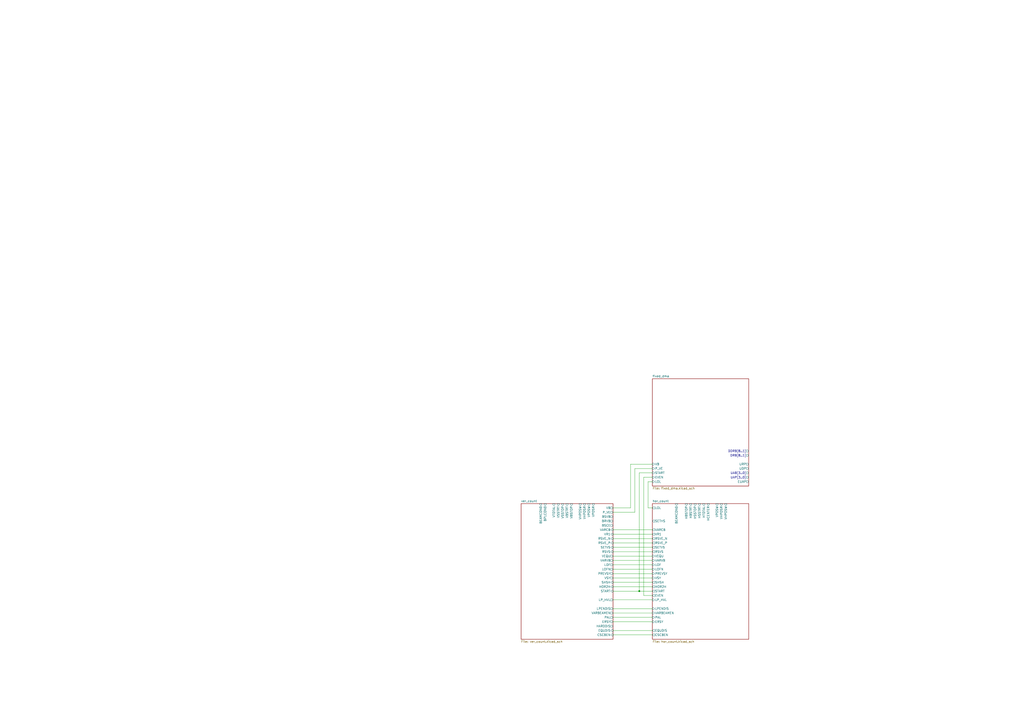
<source format=kicad_sch>
(kicad_sch (version 20211123) (generator eeschema)

  (uuid e63e39d7-6ac0-4ffd-8aa3-1841a4541b55)

  (paper "A2")

  (title_block
    (title "Alice")
    (date "2023-12-09")
    (rev "1")
    (company "Commodore")
  )

  (lib_symbols
  )

  (junction (at 370.84 342.9) (diameter 0) (color 0 0 0 0)
    (uuid cd6a53c5-7926-4402-bece-3380b976f46d)
  )

  (wire (pts (xy 370.84 274.32) (xy 378.46 274.32))
    (stroke (width 0) (type default) (color 0 0 0 0))
    (uuid 0019c9ed-f3b2-471a-ac57-0ba710d7c4c2)
  )
  (wire (pts (xy 355.6 327.66) (xy 378.46 327.66))
    (stroke (width 0) (type default) (color 0 0 0 0))
    (uuid 021cc7ec-797b-4110-bf5d-bab804f3e167)
  )
  (wire (pts (xy 370.84 342.9) (xy 378.46 342.9))
    (stroke (width 0) (type default) (color 0 0 0 0))
    (uuid 05dc993f-2c72-4714-af46-e14a73008a88)
  )
  (wire (pts (xy 355.6 355.6) (xy 378.46 355.6))
    (stroke (width 0) (type default) (color 0 0 0 0))
    (uuid 0e478ad1-7ed3-40e4-a5e6-a42e9bdaf496)
  )
  (wire (pts (xy 373.38 345.44) (xy 378.46 345.44))
    (stroke (width 0) (type default) (color 0 0 0 0))
    (uuid 0ecacb92-c715-478f-82b5-06b37ac7703f)
  )
  (wire (pts (xy 378.46 276.86) (xy 373.38 276.86))
    (stroke (width 0) (type default) (color 0 0 0 0))
    (uuid 104e0261-49d1-44eb-bab4-8735953b62a4)
  )
  (wire (pts (xy 355.6 294.64) (xy 365.76 294.64))
    (stroke (width 0) (type default) (color 0 0 0 0))
    (uuid 1068f1ea-6d04-4b2f-b2f5-fbbcc7cc0466)
  )
  (wire (pts (xy 355.6 307.34) (xy 378.46 307.34))
    (stroke (width 0) (type default) (color 0 0 0 0))
    (uuid 16c19cb2-5cb4-44fb-8993-6614489fbefd)
  )
  (wire (pts (xy 355.6 314.96) (xy 378.46 314.96))
    (stroke (width 0) (type default) (color 0 0 0 0))
    (uuid 189f911e-41dd-4b73-a03f-62eee096ebe6)
  )
  (wire (pts (xy 365.76 269.24) (xy 378.46 269.24))
    (stroke (width 0) (type default) (color 0 0 0 0))
    (uuid 2b5e02b5-0b6f-4797-b8dc-c3725dc06955)
  )
  (wire (pts (xy 355.6 368.3) (xy 378.46 368.3))
    (stroke (width 0) (type default) (color 0 0 0 0))
    (uuid 3e52410d-0299-4fd1-8f9f-a8097cdc85ff)
  )
  (wire (pts (xy 355.6 358.14) (xy 378.46 358.14))
    (stroke (width 0) (type default) (color 0 0 0 0))
    (uuid 405659c1-930e-4b76-9c50-9df70ef4386a)
  )
  (wire (pts (xy 375.92 279.4) (xy 375.92 294.64))
    (stroke (width 0) (type default) (color 0 0 0 0))
    (uuid 436d2477-e9da-4e12-a618-64b5a6c59621)
  )
  (wire (pts (xy 355.6 365.76) (xy 378.46 365.76))
    (stroke (width 0) (type default) (color 0 0 0 0))
    (uuid 4c92d1f9-3d1b-4567-9693-6298621605df)
  )
  (wire (pts (xy 355.6 325.12) (xy 378.46 325.12))
    (stroke (width 0) (type default) (color 0 0 0 0))
    (uuid 4f523c06-68e9-42f1-9a3f-10fd01ce00f6)
  )
  (wire (pts (xy 378.46 271.78) (xy 368.3 271.78))
    (stroke (width 0) (type default) (color 0 0 0 0))
    (uuid 5055bb24-70f4-49db-a422-d2425ef606ce)
  )
  (wire (pts (xy 355.6 335.28) (xy 378.46 335.28))
    (stroke (width 0) (type default) (color 0 0 0 0))
    (uuid 51d99a02-ca07-4e14-afca-e206923f2d9a)
  )
  (wire (pts (xy 355.6 332.74) (xy 378.46 332.74))
    (stroke (width 0) (type default) (color 0 0 0 0))
    (uuid 65997401-d042-46d4-bcd2-bf99ec3f9cc8)
  )
  (wire (pts (xy 355.6 340.36) (xy 378.46 340.36))
    (stroke (width 0) (type default) (color 0 0 0 0))
    (uuid 6788f5f7-5ec2-4d1a-ba3c-62fd3971162f)
  )
  (wire (pts (xy 370.84 342.9) (xy 370.84 274.32))
    (stroke (width 0) (type default) (color 0 0 0 0))
    (uuid 6c096f47-5635-40ef-b55a-ca6d579d7fc8)
  )
  (wire (pts (xy 355.6 322.58) (xy 378.46 322.58))
    (stroke (width 0) (type default) (color 0 0 0 0))
    (uuid 6e75ace0-dab8-4fd8-a7bb-2ed0edef82fc)
  )
  (wire (pts (xy 355.6 342.9) (xy 370.84 342.9))
    (stroke (width 0) (type default) (color 0 0 0 0))
    (uuid 778319f6-4779-4611-81b9-3216532738df)
  )
  (wire (pts (xy 355.6 309.88) (xy 378.46 309.88))
    (stroke (width 0) (type default) (color 0 0 0 0))
    (uuid 87aed497-41ec-486e-a888-d2cb9f1fd7fa)
  )
  (wire (pts (xy 355.6 320.04) (xy 378.46 320.04))
    (stroke (width 0) (type default) (color 0 0 0 0))
    (uuid 88919d7c-6ee6-4b5c-8b04-b981e0eca762)
  )
  (wire (pts (xy 365.76 294.64) (xy 365.76 269.24))
    (stroke (width 0) (type default) (color 0 0 0 0))
    (uuid 9461de40-eb25-4945-b65e-eae40e59147b)
  )
  (wire (pts (xy 355.6 353.06) (xy 378.46 353.06))
    (stroke (width 0) (type default) (color 0 0 0 0))
    (uuid 9b94edac-9110-4573-bb00-be68c1dcbab0)
  )
  (wire (pts (xy 368.3 297.18) (xy 355.6 297.18))
    (stroke (width 0) (type default) (color 0 0 0 0))
    (uuid a5487796-952a-4b62-b904-73da08e56b59)
  )
  (wire (pts (xy 373.38 276.86) (xy 373.38 345.44))
    (stroke (width 0) (type default) (color 0 0 0 0))
    (uuid a9762cdf-4727-44c9-8f0d-400f9d3a4b0b)
  )
  (wire (pts (xy 355.6 360.68) (xy 378.46 360.68))
    (stroke (width 0) (type default) (color 0 0 0 0))
    (uuid ba35cebd-586d-4175-9427-d062a0ca7f7c)
  )
  (wire (pts (xy 368.3 271.78) (xy 368.3 297.18))
    (stroke (width 0) (type default) (color 0 0 0 0))
    (uuid c2dfe4c1-7b62-4ebd-add6-29c2280c4065)
  )
  (wire (pts (xy 355.6 317.5) (xy 378.46 317.5))
    (stroke (width 0) (type default) (color 0 0 0 0))
    (uuid c3a2585a-b311-443c-9149-6f01b4dbd343)
  )
  (wire (pts (xy 375.92 294.64) (xy 378.46 294.64))
    (stroke (width 0) (type default) (color 0 0 0 0))
    (uuid c4f927dd-a660-4bd4-859d-8e87e208bd37)
  )
  (wire (pts (xy 355.6 330.2) (xy 378.46 330.2))
    (stroke (width 0) (type default) (color 0 0 0 0))
    (uuid e685d950-52b4-4b6b-bfa6-ac06676135bb)
  )
  (wire (pts (xy 355.6 312.42) (xy 378.46 312.42))
    (stroke (width 0) (type default) (color 0 0 0 0))
    (uuid ed90655a-3f86-437e-8535-a239ee1f69a7)
  )
  (wire (pts (xy 378.46 279.4) (xy 375.92 279.4))
    (stroke (width 0) (type default) (color 0 0 0 0))
    (uuid f3f3eb1c-4cca-4e8f-b773-d53d74886886)
  )
  (wire (pts (xy 355.6 347.98) (xy 378.46 347.98))
    (stroke (width 0) (type default) (color 0 0 0 0))
    (uuid f779fbca-7309-4dfd-a023-53d94d2923e6)
  )
  (wire (pts (xy 355.6 337.82) (xy 378.46 337.82))
    (stroke (width 0) (type default) (color 0 0 0 0))
    (uuid fc3832fa-ab56-4275-9177-d980f13ec782)
  )

  (sheet (at 302.26 292.1) (size 53.34 78.74) (fields_autoplaced)
    (stroke (width 0.1524) (type solid) (color 0 0 0 0))
    (fill (color 0 0 0 0.0000))
    (uuid 2741f2f7-0689-47b7-9f91-a147d422d2dd)
    (property "Sheet name" "ver_count" (id 0) (at 302.26 291.3884 0)
      (effects (font (size 1.27 1.27)) (justify left bottom))
    )
    (property "Sheet file" "ver_count.kicad_sch" (id 1) (at 302.26 371.4246 0)
      (effects (font (size 1.27 1.27)) (justify left top))
    )
    (pin "LP_HVL" output (at 355.6 347.98 0)
      (effects (font (size 1.27 1.27)) (justify right))
      (uuid ea99c76b-bf55-469c-a1c0-db1d9edb1dd7)
    )
    (pin "VHPOSR" input (at 339.09 292.1 90)
      (effects (font (size 1.27 1.27)) (justify right))
      (uuid 03ec810e-4d89-4390-905c-c9f26a6a0ddf)
    )
    (pin "VHPOSW" input (at 336.55 292.1 90)
      (effects (font (size 1.27 1.27)) (justify right))
      (uuid a15764f0-ea56-4bc1-ab7c-eefa06e62f1a)
    )
    (pin "START" input (at 355.6 342.9 0)
      (effects (font (size 1.27 1.27)) (justify right))
      (uuid e03d2b29-b66f-4470-a8a2-f3ef47ab73bb)
    )
    (pin "VPOSR" input (at 344.17 292.1 90)
      (effects (font (size 1.27 1.27)) (justify right))
      (uuid 0c68d251-3310-47d8-947b-6a349435a226)
    )
    (pin "VPOSW" input (at 341.63 292.1 90)
      (effects (font (size 1.27 1.27)) (justify right))
      (uuid b550143d-7ed6-4a13-be84-be24a06f33f1)
    )
    (pin "VBSTRT" input (at 328.93 292.1 90)
      (effects (font (size 1.27 1.27)) (justify right))
      (uuid 80d6c8f0-ae03-4243-b99f-16bfa3e327e4)
    )
    (pin "VSSTOP" input (at 326.39 292.1 90)
      (effects (font (size 1.27 1.27)) (justify right))
      (uuid 9dd9352d-7293-43cf-b75f-14b053b71241)
    )
    (pin "VBSTOP" input (at 331.47 292.1 90)
      (effects (font (size 1.27 1.27)) (justify right))
      (uuid 7164a2fd-064d-42af-8592-60705948a758)
    )
    (pin "VSSTRT" input (at 323.85 292.1 90)
      (effects (font (size 1.27 1.27)) (justify right))
      (uuid fd92fdbd-230d-48df-a61e-055436c512ee)
    )
    (pin "VTOTAL" input (at 321.31 292.1 90)
      (effects (font (size 1.27 1.27)) (justify right))
      (uuid 4df5477a-7e5c-4d9f-a0c8-53a48ebb26da)
    )
    (pin "VARVB" output (at 355.6 325.12 0)
      (effects (font (size 1.27 1.27)) (justify right))
      (uuid 0a4876e1-5872-4f08-aeb9-f60ecbc6d2e9)
    )
    (pin "HOR2H" input (at 355.6 340.36 0)
      (effects (font (size 1.27 1.27)) (justify right))
      (uuid 6326b230-ff08-4cee-8381-d1a002447653)
    )
    (pin "SHSH" input (at 355.6 337.82 0)
      (effects (font (size 1.27 1.27)) (justify right))
      (uuid d7df04fd-1189-451a-857d-2c47bc1e3ce2)
    )
    (pin "PREVSY" output (at 355.6 332.74 0)
      (effects (font (size 1.27 1.27)) (justify right))
      (uuid 32303cf6-f205-4be1-b5b0-05f52a8799aa)
    )
    (pin "BEAMCON0" input (at 313.69 292.1 90)
      (effects (font (size 1.27 1.27)) (justify right))
      (uuid 01185f9c-2e1c-41a0-a8d3-dcc7214c6695)
    )
    (pin "LPENDIS" output (at 355.6 353.06 0)
      (effects (font (size 1.27 1.27)) (justify right))
      (uuid a3a5809d-ac97-47a0-8864-b6dc88aa85ca)
    )
    (pin "VARBEAMEN" output (at 355.6 355.6 0)
      (effects (font (size 1.27 1.27)) (justify right))
      (uuid c60f88d0-5177-4daf-802b-25e668387a79)
    )
    (pin "PAL" output (at 355.6 358.14 0)
      (effects (font (size 1.27 1.27)) (justify right))
      (uuid 190699d9-019d-4a6e-8547-4c9463c9175b)
    )
    (pin "HARDDIS" output (at 355.6 363.22 0)
      (effects (font (size 1.27 1.27)) (justify right))
      (uuid 65f2c231-900f-4c46-9650-a53146bb843d)
    )
    (pin "ERSY" output (at 355.6 360.68 0)
      (effects (font (size 1.27 1.27)) (justify right))
      (uuid 937790bd-610a-4d91-a3b2-8f6b5f7d81b6)
    )
    (pin "BPLCON0" input (at 316.23 292.1 90)
      (effects (font (size 1.27 1.27)) (justify right))
      (uuid e914ebdf-41ef-45e9-bda5-a132acc27478)
    )
    (pin "LOF" output (at 355.6 327.66 0)
      (effects (font (size 1.27 1.27)) (justify right))
      (uuid 9c8de2ef-fb14-4081-9a1c-59c34f2b2842)
    )
    (pin "LOFN" output (at 355.6 330.2 0)
      (effects (font (size 1.27 1.27)) (justify right))
      (uuid 4f1174b1-2fca-489e-9f9d-17b49502dccb)
    )
    (pin "RSVE_N" input (at 355.6 312.42 0)
      (effects (font (size 1.27 1.27)) (justify right))
      (uuid 2e88dbcb-62ff-42e8-bee7-198f5b916375)
    )
    (pin "VR1" input (at 355.6 309.88 0)
      (effects (font (size 1.27 1.27)) (justify right))
      (uuid 806fd92d-6d3f-4623-9363-e8738557202c)
    )
    (pin "RSVE_P" input (at 355.6 314.96 0)
      (effects (font (size 1.27 1.27)) (justify right))
      (uuid 23842f96-e8d0-4b52-b98e-45f7fe6160c5)
    )
    (pin "EQUDIS" input (at 355.6 365.76 0)
      (effects (font (size 1.27 1.27)) (justify right))
      (uuid ef8c7ecc-35f0-4f90-a765-e83445dae3eb)
    )
    (pin "BSVB" output (at 355.6 299.72 0)
      (effects (font (size 1.27 1.27)) (justify right))
      (uuid 63e1244f-6a59-40b5-a62c-da1ddf21708e)
    )
    (pin "VB" output (at 355.6 294.64 0)
      (effects (font (size 1.27 1.27)) (justify right))
      (uuid a665279a-a51b-4add-aa19-9b80025a264f)
    )
    (pin "P_VE" output (at 355.6 297.18 0)
      (effects (font (size 1.27 1.27)) (justify right))
      (uuid e332f83e-03c8-45a6-9a25-0253b577fc18)
    )
    (pin "VEQU" output (at 355.6 322.58 0)
      (effects (font (size 1.27 1.27)) (justify right))
      (uuid f799e388-e930-47e8-9aee-65c9bddcdf3f)
    )
    (pin "RSVS" input (at 355.6 320.04 0)
      (effects (font (size 1.27 1.27)) (justify right))
      (uuid 9bc14aec-a386-4128-a0d4-9c7a515ecba2)
    )
    (pin "VSY" output (at 355.6 335.28 0)
      (effects (font (size 1.27 1.27)) (justify right))
      (uuid e2416f17-0bf2-4ad8-bcde-d5d2e9fa5a46)
    )
    (pin "SETVS" input (at 355.6 317.5 0)
      (effects (font (size 1.27 1.27)) (justify right))
      (uuid 094ad2ef-a639-4ee2-a197-ce0f8c69d080)
    )
    (pin "BRVB" output (at 355.6 302.26 0)
      (effects (font (size 1.27 1.27)) (justify right))
      (uuid 33a64895-cdb6-4c2c-96fd-78c765cca162)
    )
    (pin "VARCB" input (at 355.6 307.34 0)
      (effects (font (size 1.27 1.27)) (justify right))
      (uuid 7c795c66-2dd3-4ed2-9f30-162d123ae27d)
    )
    (pin "CSCBEN" input (at 355.6 368.3 0)
      (effects (font (size 1.27 1.27)) (justify right))
      (uuid a3405491-7fa4-4e51-b7f6-bd5ecf159f60)
    )
    (pin "BSCE" output (at 355.6 304.8 0)
      (effects (font (size 1.27 1.27)) (justify right))
      (uuid de41bab1-6c76-4d6b-86c4-fe155ac102d8)
    )
  )

  (sheet (at 378.46 292.1) (size 55.88 78.74) (fields_autoplaced)
    (stroke (width 0.1524) (type solid) (color 0 0 0 0))
    (fill (color 0 0 0 0.0000))
    (uuid d34432c0-ab02-4dab-851f-3fb8163b7223)
    (property "Sheet name" "hor_count" (id 0) (at 378.46 291.3884 0)
      (effects (font (size 1.27 1.27)) (justify left bottom))
    )
    (property "Sheet file" "hor_count.kicad_sch" (id 1) (at 378.46 371.4246 0)
      (effects (font (size 1.27 1.27)) (justify left top))
    )
    (pin "HCENTER" input (at 410.845 292.1 90)
      (effects (font (size 1.27 1.27)) (justify right))
      (uuid 5d6a39c3-16be-4ca5-8b6d-ec4e788524f3)
    )
    (pin "HTOTAL" input (at 408.305 292.1 90)
      (effects (font (size 1.27 1.27)) (justify right))
      (uuid 95ff12c3-ab6e-418b-b11d-0800d673d93d)
    )
    (pin "HSSTRT" input (at 405.765 292.1 90)
      (effects (font (size 1.27 1.27)) (justify right))
      (uuid ab81c5fd-1bb5-440c-8bee-ef396cb438b4)
    )
    (pin "HBSTOP" input (at 398.145 292.1 90)
      (effects (font (size 1.27 1.27)) (justify right))
      (uuid 9fb5b52c-2258-42cf-bedc-e3e13d2a748e)
    )
    (pin "HSSTOP" input (at 403.225 292.1 90)
      (effects (font (size 1.27 1.27)) (justify right))
      (uuid cf3df2cc-d1d0-4bb8-9ede-e6f04cd459a8)
    )
    (pin "VARBEAMEN" input (at 378.46 355.6 180)
      (effects (font (size 1.27 1.27)) (justify left))
      (uuid 1f5d0d42-ee44-43a4-a36f-82c5d1e8c9d0)
    )
    (pin "VHPOSW" input (at 421.005 292.1 90)
      (effects (font (size 1.27 1.27)) (justify right))
      (uuid 3e0a9da8-1404-40a5-b39a-ef77d4af9911)
    )
    (pin "VHPOSR" input (at 418.465 292.1 90)
      (effects (font (size 1.27 1.27)) (justify right))
      (uuid 403b2f14-8361-4076-a297-2f098aeaf7d4)
    )
    (pin "LP_HVL" input (at 378.46 347.98 180)
      (effects (font (size 1.27 1.27)) (justify left))
      (uuid d6898e6d-9da3-43f0-988c-89e7454e2193)
    )
    (pin "HBSTRT" input (at 400.685 292.1 90)
      (effects (font (size 1.27 1.27)) (justify right))
      (uuid 21cfeb38-8f2a-4eb5-83ec-cd5bf0ee56c6)
    )
    (pin "VSY" input (at 378.46 335.28 180)
      (effects (font (size 1.27 1.27)) (justify left))
      (uuid 13bf0e5e-a82e-47d5-9276-a37dfde63668)
    )
    (pin "VARVB" input (at 378.46 325.12 180)
      (effects (font (size 1.27 1.27)) (justify left))
      (uuid 1e61b2d1-893b-47b5-b859-f9c4466b11f8)
    )
    (pin "VEQU" input (at 378.46 322.58 180)
      (effects (font (size 1.27 1.27)) (justify left))
      (uuid 4864cca1-8dcc-4875-9201-a0ff9c987829)
    )
    (pin "LOF" input (at 378.46 327.66 180)
      (effects (font (size 1.27 1.27)) (justify left))
      (uuid 11c12869-b6da-45ac-a002-89d9be8ca76f)
    )
    (pin "START" output (at 378.46 342.9 180)
      (effects (font (size 1.27 1.27)) (justify left))
      (uuid a08bbfdc-7ec1-4f03-acac-fbbf071b7ff5)
    )
    (pin "SETHS" output (at 378.46 302.26 180)
      (effects (font (size 1.27 1.27)) (justify left))
      (uuid 0bf010f0-38b1-474e-872a-0a055e7505b9)
    )
    (pin "SETVS" output (at 378.46 317.5 180)
      (effects (font (size 1.27 1.27)) (justify left))
      (uuid 1a84c7cf-4367-46a4-8627-da21319bbc82)
    )
    (pin "PREVSY" input (at 378.46 332.74 180)
      (effects (font (size 1.27 1.27)) (justify left))
      (uuid 70fe1c28-43a9-47e6-9cd0-510be01e187d)
    )
    (pin "CSCBEN" output (at 378.46 368.3 180)
      (effects (font (size 1.27 1.27)) (justify left))
      (uuid f35c149d-94b6-4370-aeae-29f497cfa4af)
    )
    (pin "BEAMCON0" input (at 392.43 292.1 90)
      (effects (font (size 1.27 1.27)) (justify right))
      (uuid b370f9fe-5573-47e8-9b40-f4c2608046e4)
    )
    (pin "VARCB" output (at 378.46 307.34 180)
      (effects (font (size 1.27 1.27)) (justify left))
      (uuid df7f6ca5-8d52-4edf-aed0-7dfc22fbfb27)
    )
    (pin "VPOSW" input (at 415.925 292.1 90)
      (effects (font (size 1.27 1.27)) (justify right))
      (uuid 216f6c45-c1c6-4ee5-8a35-6570191d9c79)
    )
    (pin "LOL" output (at 378.46 294.64 180)
      (effects (font (size 1.27 1.27)) (justify left))
      (uuid bba5661e-3926-4613-af6c-94fbd8731b2a)
    )
    (pin "ERSY" input (at 378.46 360.68 180)
      (effects (font (size 1.27 1.27)) (justify left))
      (uuid 01fea040-4a01-41b8-874b-12f53457691f)
    )
    (pin "SHSH" output (at 378.46 337.82 180)
      (effects (font (size 1.27 1.27)) (justify left))
      (uuid 3f795123-14b0-43f0-b7b9-cfdb316a48b9)
    )
    (pin "HOR2H" output (at 378.46 340.36 180)
      (effects (font (size 1.27 1.27)) (justify left))
      (uuid 7d7421ff-50ba-4ed7-b568-41b14b0d908a)
    )
    (pin "LPENDIS" input (at 378.46 353.06 180)
      (effects (font (size 1.27 1.27)) (justify left))
      (uuid 07c4ae04-84f5-4067-a203-498aa0426967)
    )
    (pin "PAL" input (at 378.46 358.14 180)
      (effects (font (size 1.27 1.27)) (justify left))
      (uuid 1449c080-9c87-4960-8584-2da2c3d16aa8)
    )
    (pin "LOFN" input (at 378.46 330.2 180)
      (effects (font (size 1.27 1.27)) (justify left))
      (uuid 35500294-3d47-4518-8ab5-6ed1adce1aad)
    )
    (pin "RSVE_P" output (at 378.46 314.96 180)
      (effects (font (size 1.27 1.27)) (justify left))
      (uuid 3bf71a04-7da3-4ac5-a926-61cf0806c773)
    )
    (pin "RSVS" output (at 378.46 320.04 180)
      (effects (font (size 1.27 1.27)) (justify left))
      (uuid fc7b54ee-5e5b-44b6-bfe3-8e53cc3e838f)
    )
    (pin "RSVE_N" output (at 378.46 312.42 180)
      (effects (font (size 1.27 1.27)) (justify left))
      (uuid 1e895a3d-9eea-4301-9b7f-a82c4d9840d1)
    )
    (pin "VR1" output (at 378.46 309.88 180)
      (effects (font (size 1.27 1.27)) (justify left))
      (uuid f8bffcd4-3c78-4ac7-b4f7-1f538950dd8c)
    )
    (pin "EQUDIS" output (at 378.46 365.76 180)
      (effects (font (size 1.27 1.27)) (justify left))
      (uuid 117eb788-f231-412c-ad3a-2d9eb6a418f2)
    )
    (pin "EVEN" output (at 378.46 345.44 180)
      (effects (font (size 1.27 1.27)) (justify left))
      (uuid b47a00ef-dca3-4137-8428-5a1f0a48d8ce)
    )
  )

  (sheet (at 378.46 219.71) (size 55.88 62.23) (fields_autoplaced)
    (stroke (width 0.1524) (type solid) (color 0 0 0 0))
    (fill (color 0 0 0 0.0000))
    (uuid e894cc74-6f5d-406a-b8a9-c5dbe3f8ad47)
    (property "Sheet name" "fixed_dma" (id 0) (at 378.46 218.9984 0)
      (effects (font (size 1.27 1.27)) (justify left bottom))
    )
    (property "Sheet file" "fixed_dma.kicad_sch" (id 1) (at 378.46 282.5246 0)
      (effects (font (size 1.27 1.27)) (justify left top))
    )
    (pin "START" input (at 378.46 274.32 180)
      (effects (font (size 1.27 1.27)) (justify left))
      (uuid 0ea9df86-e384-42ff-bc94-21945f043244)
    )
    (pin "EVEN" input (at 378.46 276.86 180)
      (effects (font (size 1.27 1.27)) (justify left))
      (uuid b621a392-8c4c-4ead-93aa-d385d5733ee4)
    )
    (pin "LOL" input (at 378.46 279.4 180)
      (effects (font (size 1.27 1.27)) (justify left))
      (uuid ba7c907b-5d5f-4f63-8023-b7fadf89af51)
    )
    (pin "EUAP" output (at 434.34 279.4 0)
      (effects (font (size 1.27 1.27)) (justify right))
      (uuid 1212b259-5b94-4e26-b442-abc3f4de46dc)
    )
    (pin "UAP[3..0]" output (at 434.34 276.86 0)
      (effects (font (size 1.27 1.27)) (justify right))
      (uuid 397d03e6-049e-45f0-943f-8d841e181ff1)
    )
    (pin "DRB[8..1]" output (at 434.34 264.16 0)
      (effects (font (size 1.27 1.27)) (justify right))
      (uuid 1738b2df-46ea-436b-8aa2-58774260a686)
    )
    (pin "UAB[3..0]" output (at 434.34 274.32 0)
      (effects (font (size 1.27 1.27)) (justify right))
      (uuid fa5a6000-e635-4a70-8dfa-a341fe37ea5b)
    )
    (pin "UDP" output (at 434.34 271.78 0)
      (effects (font (size 1.27 1.27)) (justify right))
      (uuid 72e9b8b7-8d9b-4097-818e-882ca4136019)
    )
    (pin "P_VE" input (at 378.46 271.78 180)
      (effects (font (size 1.27 1.27)) (justify left))
      (uuid 11236741-e691-47bd-a38b-d6a57d122b26)
    )
    (pin "VB" input (at 378.46 269.24 180)
      (effects (font (size 1.27 1.27)) (justify left))
      (uuid a5c6df08-375c-4f53-99c1-8e38d42dd03d)
    )
    (pin "URP" output (at 434.34 269.24 0)
      (effects (font (size 1.27 1.27)) (justify right))
      (uuid 4f3da93c-cb61-4f52-954d-0ed685acf0b3)
    )
    (pin "DDRB[8..1]" output (at 434.34 261.62 0)
      (effects (font (size 1.27 1.27)) (justify right))
      (uuid 834d1874-4a43-4264-8b2f-9bb53bb57c66)
    )
  )

  (sheet_instances
    (path "/" (page "1"))
    (path "/d34432c0-ab02-4dab-851f-3fb8163b7223" (page "2"))
    (path "/2741f2f7-0689-47b7-9f91-a147d422d2dd" (page "3"))
    (path "/e894cc74-6f5d-406a-b8a9-c5dbe3f8ad47" (page "4"))
  )

  (symbol_instances
    (path "/d34432c0-ab02-4dab-851f-3fb8163b7223/bbe9db2a-dc55-4002-9e91-c68093a2e75a"
      (reference "#PWR0101") (unit 1) (value "VCC") (footprint "")
    )
    (path "/d34432c0-ab02-4dab-851f-3fb8163b7223/2cab08a6-556a-4e2a-b993-07bf6c6cd739"
      (reference "#PWR0102") (unit 1) (value "GND") (footprint "")
    )
    (path "/d34432c0-ab02-4dab-851f-3fb8163b7223/7383e7c0-83e2-48aa-9def-0092d7afa69d"
      (reference "#PWR0103") (unit 1) (value "VCC") (footprint "")
    )
    (path "/2741f2f7-0689-47b7-9f91-a147d422d2dd/cffef4f0-4916-49a1-b943-981b44a4b4bd"
      (reference "#PWR0104") (unit 1) (value "GND") (footprint "")
    )
    (path "/d34432c0-ab02-4dab-851f-3fb8163b7223/72f6ca00-a031-4c95-810f-871466ec5b2e"
      (reference "#PWR0105") (unit 1) (value "GND") (footprint "")
    )
    (path "/d34432c0-ab02-4dab-851f-3fb8163b7223/f2453a15-8129-47ef-9c10-636b51678012"
      (reference "#PWR0106") (unit 1) (value "GND") (footprint "")
    )
    (path "/d34432c0-ab02-4dab-851f-3fb8163b7223/232d1984-267f-4de6-aa3f-ddb45fda1af8"
      (reference "#PWR0107") (unit 1) (value "VCC") (footprint "")
    )
    (path "/d34432c0-ab02-4dab-851f-3fb8163b7223/b55804c5-fe61-4160-8f7d-1a11ca0036e1"
      (reference "#PWR0108") (unit 1) (value "VCC") (footprint "")
    )
    (path "/d34432c0-ab02-4dab-851f-3fb8163b7223/b987c77f-496b-473d-a513-bb9bf001b57f"
      (reference "#PWR0109") (unit 1) (value "VCC") (footprint "")
    )
    (path "/d34432c0-ab02-4dab-851f-3fb8163b7223/607feb4f-f6bf-4bb8-8e0b-ec4c19eb8c7f"
      (reference "#PWR0110") (unit 1) (value "VCC") (footprint "")
    )
    (path "/d34432c0-ab02-4dab-851f-3fb8163b7223/332c2de4-a2d0-4a42-a17e-219d93e244ed"
      (reference "#PWR0111") (unit 1) (value "VCC") (footprint "")
    )
    (path "/d34432c0-ab02-4dab-851f-3fb8163b7223/a6f675e6-d82c-40ae-a02b-acf0c215bb10"
      (reference "#PWR0112") (unit 1) (value "VCC") (footprint "")
    )
    (path "/2741f2f7-0689-47b7-9f91-a147d422d2dd/f0f731d8-44bd-48e8-bf8a-08c57b4daa36"
      (reference "#PWR0113") (unit 1) (value "VCC") (footprint "")
    )
    (path "/2741f2f7-0689-47b7-9f91-a147d422d2dd/9773ccec-f106-4fca-a512-1e6ef70aa5d1"
      (reference "#PWR0114") (unit 1) (value "VCC") (footprint "")
    )
    (path "/2741f2f7-0689-47b7-9f91-a147d422d2dd/2eabe57b-7f63-4013-9a58-51756d58d504"
      (reference "#PWR0115") (unit 1) (value "VCC") (footprint "")
    )
    (path "/2741f2f7-0689-47b7-9f91-a147d422d2dd/1602e5fd-2594-457c-9c00-7ac908f2a41b"
      (reference "#PWR0116") (unit 1) (value "VCC") (footprint "")
    )
    (path "/2741f2f7-0689-47b7-9f91-a147d422d2dd/22add3e2-6f6d-4aee-85ad-2b5785e7a779"
      (reference "#PWR0117") (unit 1) (value "VCC") (footprint "")
    )
    (path "/2741f2f7-0689-47b7-9f91-a147d422d2dd/18273ca9-da02-473f-81dc-32841299935f"
      (reference "#PWR0118") (unit 1) (value "VCC") (footprint "")
    )
    (path "/2741f2f7-0689-47b7-9f91-a147d422d2dd/dab1448b-485e-4539-8559-d95aff9a941a"
      (reference "#PWR0119") (unit 1) (value "VCC") (footprint "")
    )
    (path "/2741f2f7-0689-47b7-9f91-a147d422d2dd/3361ebff-d7aa-4717-a30d-cbf37e5c2b7c"
      (reference "#PWR0120") (unit 1) (value "GND") (footprint "")
    )
    (path "/e894cc74-6f5d-406a-b8a9-c5dbe3f8ad47/60fa094f-c947-4eef-9d27-6baeaad06453"
      (reference "#PWR0121") (unit 1) (value "VCC") (footprint "")
    )
    (path "/e894cc74-6f5d-406a-b8a9-c5dbe3f8ad47/2c4f30d8-607e-4f92-aaa4-18eeb872e8b8"
      (reference "#PWR0122") (unit 1) (value "VCC") (footprint "")
    )
    (path "/e894cc74-6f5d-406a-b8a9-c5dbe3f8ad47/44551568-eb24-4f4f-85a5-d081bd1fd8f6"
      (reference "#PWR0123") (unit 1) (value "VCC") (footprint "")
    )
    (path "/d34432c0-ab02-4dab-851f-3fb8163b7223/aa11a467-9089-487a-b808-c1002a59c5cf"
      (reference "AND_1") (unit 1) (value "AND2") (footprint "")
    )
    (path "/d34432c0-ab02-4dab-851f-3fb8163b7223/a551abe6-2833-4d01-bebb-bd6cc72922e3"
      (reference "AND_2") (unit 1) (value "AND3") (footprint "")
    )
    (path "/d34432c0-ab02-4dab-851f-3fb8163b7223/e202ccc1-cb96-4f42-9757-564b37543703"
      (reference "AND_3") (unit 1) (value "AND3") (footprint "")
    )
    (path "/d34432c0-ab02-4dab-851f-3fb8163b7223/3686f2bf-c2c7-4546-a846-d6b6602e42e3"
      (reference "AND_4") (unit 1) (value "AND2") (footprint "")
    )
    (path "/d34432c0-ab02-4dab-851f-3fb8163b7223/4f8a724e-14e9-464c-8ab1-a10112b8d7f5"
      (reference "AND_5") (unit 1) (value "AND2") (footprint "")
    )
    (path "/d34432c0-ab02-4dab-851f-3fb8163b7223/8ed61f74-92a8-440a-a05d-db016bb466a4"
      (reference "AND_6") (unit 1) (value "AND2") (footprint "")
    )
    (path "/d34432c0-ab02-4dab-851f-3fb8163b7223/9c506920-02d8-4fbf-8aa9-7f4b69f384fc"
      (reference "AND_7") (unit 1) (value "AND2") (footprint "")
    )
    (path "/d34432c0-ab02-4dab-851f-3fb8163b7223/c19eee1d-30b3-4c80-a130-8db8d7271958"
      (reference "AND_8") (unit 1) (value "AND2") (footprint "")
    )
    (path "/d34432c0-ab02-4dab-851f-3fb8163b7223/26b4688d-42d6-492e-b091-d7f70ff765b1"
      (reference "AND_9") (unit 1) (value "AND2") (footprint "")
    )
    (path "/d34432c0-ab02-4dab-851f-3fb8163b7223/2a51d570-b030-45b5-b8a3-63fcfe73773c"
      (reference "AND_10") (unit 1) (value "AND3") (footprint "")
    )
    (path "/d34432c0-ab02-4dab-851f-3fb8163b7223/48ed079f-ffb0-494b-8ffa-7973fef1699d"
      (reference "AND_11") (unit 1) (value "AND3") (footprint "")
    )
    (path "/d34432c0-ab02-4dab-851f-3fb8163b7223/f0a4b741-8e67-412e-9018-92c5788329bd"
      (reference "AND_12") (unit 1) (value "AND2") (footprint "")
    )
    (path "/d34432c0-ab02-4dab-851f-3fb8163b7223/af814330-6ad5-430b-adc1-e3d0b0b53839"
      (reference "AND_13") (unit 1) (value "AND2") (footprint "")
    )
    (path "/d34432c0-ab02-4dab-851f-3fb8163b7223/7221f481-132f-412f-b23e-5a5393569fb0"
      (reference "AND_14") (unit 1) (value "AND2") (footprint "")
    )
    (path "/d34432c0-ab02-4dab-851f-3fb8163b7223/84ed43f0-e492-441d-82e6-892bf6673e14"
      (reference "AND_15") (unit 1) (value "AND2") (footprint "")
    )
    (path "/d34432c0-ab02-4dab-851f-3fb8163b7223/73839ad9-c938-49ae-aeff-997221af5567"
      (reference "AND_16") (unit 1) (value "AND2") (footprint "")
    )
    (path "/d34432c0-ab02-4dab-851f-3fb8163b7223/dcb7c363-464d-41ea-8d74-192d9f2d4ff3"
      (reference "AND_17") (unit 1) (value "AND2") (footprint "")
    )
    (path "/d34432c0-ab02-4dab-851f-3fb8163b7223/5a46cc9a-ee91-41d0-bea6-fe882dc80942"
      (reference "AND_18") (unit 1) (value "AND2") (footprint "")
    )
    (path "/d34432c0-ab02-4dab-851f-3fb8163b7223/54017cc7-920b-4513-9ca7-2f0da40dd256"
      (reference "AND_19") (unit 1) (value "AND2") (footprint "")
    )
    (path "/2741f2f7-0689-47b7-9f91-a147d422d2dd/4d4e63eb-4626-44fb-a9d6-c5f75f0b1ee4"
      (reference "AND_20") (unit 1) (value "AND2") (footprint "")
    )
    (path "/2741f2f7-0689-47b7-9f91-a147d422d2dd/44c3373d-d36b-4cca-b69a-d69fb4a72b86"
      (reference "AND_21") (unit 1) (value "AND2") (footprint "")
    )
    (path "/2741f2f7-0689-47b7-9f91-a147d422d2dd/2e0a963a-4795-4f77-bd51-001eaf8c11cc"
      (reference "AND_22") (unit 1) (value "AND2") (footprint "")
    )
    (path "/2741f2f7-0689-47b7-9f91-a147d422d2dd/044d6cb4-0f50-46bb-821c-7871ed55e28a"
      (reference "AND_23") (unit 1) (value "AND2") (footprint "")
    )
    (path "/d34432c0-ab02-4dab-851f-3fb8163b7223/af1bce13-cfb3-4c23-91e4-0bf96feb86d1"
      (reference "AND_24") (unit 1) (value "AND2") (footprint "")
    )
    (path "/d34432c0-ab02-4dab-851f-3fb8163b7223/42a42d73-8e5d-49b8-bd54-00ef48941962"
      (reference "AND_25") (unit 1) (value "AND2") (footprint "")
    )
    (path "/d34432c0-ab02-4dab-851f-3fb8163b7223/ee711fc1-3fde-4229-a7e9-974c7cdae666"
      (reference "AND_26") (unit 1) (value "AND2") (footprint "")
    )
    (path "/2741f2f7-0689-47b7-9f91-a147d422d2dd/bc41726d-1a09-47d2-a407-f3064ee2482b"
      (reference "AND_27") (unit 1) (value "AND2") (footprint "")
    )
    (path "/2741f2f7-0689-47b7-9f91-a147d422d2dd/b55c2494-ce92-47ad-89d9-bfe735cc621b"
      (reference "AND_28") (unit 1) (value "AND2") (footprint "")
    )
    (path "/2741f2f7-0689-47b7-9f91-a147d422d2dd/b5fe3e6b-ded1-4aff-8880-57d3b15e30ad"
      (reference "AND_29") (unit 1) (value "AND2") (footprint "")
    )
    (path "/2741f2f7-0689-47b7-9f91-a147d422d2dd/32122d8b-6bbe-499c-85ab-a6d93e60e41f"
      (reference "AND_30") (unit 1) (value "AND2") (footprint "")
    )
    (path "/2741f2f7-0689-47b7-9f91-a147d422d2dd/fea9d87a-41bf-47c7-82ad-b4e1205b748c"
      (reference "AND_31") (unit 1) (value "AND3") (footprint "")
    )
    (path "/2741f2f7-0689-47b7-9f91-a147d422d2dd/48032ddb-78ac-44a5-9e97-a7e53e9726d1"
      (reference "AND_32") (unit 1) (value "AND2") (footprint "")
    )
    (path "/2741f2f7-0689-47b7-9f91-a147d422d2dd/f3722c67-c4a2-467f-a254-8684cada1e0c"
      (reference "AND_33") (unit 1) (value "AND2") (footprint "")
    )
    (path "/2741f2f7-0689-47b7-9f91-a147d422d2dd/341592bb-253b-4b69-8af3-92802a86d69f"
      (reference "AND_34") (unit 1) (value "AND2") (footprint "")
    )
    (path "/2741f2f7-0689-47b7-9f91-a147d422d2dd/ccabdbb9-27cf-417f-a37d-912f7226f65a"
      (reference "AND_35") (unit 1) (value "AND3") (footprint "")
    )
    (path "/2741f2f7-0689-47b7-9f91-a147d422d2dd/939f5b2f-32bb-49c6-9aed-e738b0d29303"
      (reference "AND_36") (unit 1) (value "AND2") (footprint "")
    )
    (path "/2741f2f7-0689-47b7-9f91-a147d422d2dd/9a533cb4-346e-4f68-9912-202b47339238"
      (reference "AND_37") (unit 1) (value "AND2") (footprint "")
    )
    (path "/2741f2f7-0689-47b7-9f91-a147d422d2dd/4a850c50-cd1d-45c9-86db-45bf7b501266"
      (reference "AND_38") (unit 1) (value "AND2") (footprint "")
    )
    (path "/2741f2f7-0689-47b7-9f91-a147d422d2dd/27b8c370-6e51-4293-bf6e-15eeffa73e32"
      (reference "AND_39") (unit 1) (value "AND2") (footprint "")
    )
    (path "/2741f2f7-0689-47b7-9f91-a147d422d2dd/b00e65ff-452b-4404-a995-9d0b9ebdcbe9"
      (reference "AND_40") (unit 1) (value "AND2") (footprint "")
    )
    (path "/2741f2f7-0689-47b7-9f91-a147d422d2dd/6f802939-20fa-41c1-a238-8ff03959b5b3"
      (reference "AND_41") (unit 1) (value "AND2") (footprint "")
    )
    (path "/e894cc74-6f5d-406a-b8a9-c5dbe3f8ad47/2240c634-98fd-43c8-aafa-9318b37ecd6c"
      (reference "AND_42") (unit 1) (value "AND2") (footprint "")
    )
    (path "/e894cc74-6f5d-406a-b8a9-c5dbe3f8ad47/fed98590-a6e1-4774-9ac5-6dd42197f19e"
      (reference "AND_43") (unit 1) (value "AND3") (footprint "")
    )
    (path "/e894cc74-6f5d-406a-b8a9-c5dbe3f8ad47/5ffc5df3-6995-4d07-a3c9-008a21e62bb5"
      (reference "AND_44") (unit 1) (value "AND2") (footprint "")
    )
    (path "/e894cc74-6f5d-406a-b8a9-c5dbe3f8ad47/92ca404e-f495-4eca-b731-543c0ce7bba6"
      (reference "AND_45") (unit 1) (value "AND2") (footprint "")
    )
    (path "/e894cc74-6f5d-406a-b8a9-c5dbe3f8ad47/97093bfe-4c55-4e29-b6c1-802d235158e0"
      (reference "AND_46") (unit 1) (value "AND2") (footprint "")
    )
    (path "/d34432c0-ab02-4dab-851f-3fb8163b7223/c6da32e9-082f-42b3-8220-701866caef85"
      (reference "BEAMCON0_LB0") (unit 1) (value "LB2") (footprint "")
    )
    (path "/2741f2f7-0689-47b7-9f91-a147d422d2dd/a7c48ab7-fd6d-428e-8708-afef1aec21c9"
      (reference "BEAMCON0_LB1") (unit 1) (value "LB2") (footprint "")
    )
    (path "/d34432c0-ab02-4dab-851f-3fb8163b7223/ddabe204-f608-4541-a8d3-84bbb326545b"
      (reference "BEAMCON0_LB2") (unit 1) (value "LB2") (footprint "")
    )
    (path "/d34432c0-ab02-4dab-851f-3fb8163b7223/c9ddca02-69b7-4b3f-b8db-d3deffac9552"
      (reference "BEAMCON0_LB3") (unit 1) (value "LB2") (footprint "")
    )
    (path "/d34432c0-ab02-4dab-851f-3fb8163b7223/853ac98e-dbe1-4a85-be01-640be571e71c"
      (reference "BEAMCON0_LB4") (unit 1) (value "LB2") (footprint "")
    )
    (path "/2741f2f7-0689-47b7-9f91-a147d422d2dd/92e796aa-7194-494e-85e8-a5a5796b7a10"
      (reference "BEAMCON0_LB5") (unit 1) (value "LB2") (footprint "")
    )
    (path "/2741f2f7-0689-47b7-9f91-a147d422d2dd/aa0942ec-6a03-447d-87bd-13604cf4c236"
      (reference "BEAMCON0_LB6") (unit 1) (value "LB2") (footprint "")
    )
    (path "/2741f2f7-0689-47b7-9f91-a147d422d2dd/c289e966-efd1-4aac-8d44-eeee778fa08a"
      (reference "BEAMCON0_LB7") (unit 1) (value "LB2") (footprint "")
    )
    (path "/d34432c0-ab02-4dab-851f-3fb8163b7223/a7e1eebb-9824-4bb2-98c6-6b95fe744b7c"
      (reference "BEAMCON0_LB8") (unit 1) (value "LB2") (footprint "")
    )
    (path "/2741f2f7-0689-47b7-9f91-a147d422d2dd/fa46bc42-9865-405d-9d08-cca416b27db9"
      (reference "BEAMCON0_LB9") (unit 1) (value "LB2") (footprint "")
    )
    (path "/d34432c0-ab02-4dab-851f-3fb8163b7223/f6b060a7-bf48-4bc8-a636-2c2cffffd891"
      (reference "BEAMCON0_LB10") (unit 1) (value "LB2") (footprint "")
    )
    (path "/d34432c0-ab02-4dab-851f-3fb8163b7223/4967eb1e-1869-4ffc-bf56-2991289ba87d"
      (reference "BEAMCON0_LB11") (unit 1) (value "LB2") (footprint "")
    )
    (path "/2741f2f7-0689-47b7-9f91-a147d422d2dd/efae3fa8-9c2d-4001-9595-1db9cfe46f7f"
      (reference "BEAMCON0_LB12") (unit 1) (value "LB2") (footprint "")
    )
    (path "/2741f2f7-0689-47b7-9f91-a147d422d2dd/36a709ae-f65b-4094-bdd2-e6b210e7540b"
      (reference "BEAMCON0_LB13") (unit 1) (value "LB2") (footprint "")
    )
    (path "/2741f2f7-0689-47b7-9f91-a147d422d2dd/7f6ece8d-02d9-4faa-838b-4c177911c953"
      (reference "BEAMCON0_LB14") (unit 1) (value "LB2") (footprint "")
    )
    (path "/2741f2f7-0689-47b7-9f91-a147d422d2dd/cd95363c-9320-4884-b270-2b0a3095f550"
      (reference "BPLCON0_LB1") (unit 1) (value "LB2") (footprint "")
    )
    (path "/2741f2f7-0689-47b7-9f91-a147d422d2dd/0e928c66-ea60-456b-91e4-722aee33e6f4"
      (reference "BPLCON0_LB2") (unit 1) (value "LB2") (footprint "")
    )
    (path "/2741f2f7-0689-47b7-9f91-a147d422d2dd/70233fe7-b5e1-4efe-bfa2-7ff251816a9c"
      (reference "BPLCON0_LB3") (unit 1) (value "LB2") (footprint "")
    )
    (path "/d34432c0-ab02-4dab-851f-3fb8163b7223/f8e8e087-1c2f-44ce-8afa-3ad3ac773ced"
      (reference "BUF_1") (unit 1) (value "BUF") (footprint "")
    )
    (path "/d34432c0-ab02-4dab-851f-3fb8163b7223/b3787fe0-fe46-462b-9995-f70be88512fe"
      (reference "CSY_SR1") (unit 1) (value "SR") (footprint "")
    )
    (path "/e894cc74-6f5d-406a-b8a9-c5dbe3f8ad47/13440c5c-2ff3-4b12-aa4a-e2cdfc74287b"
      (reference "DMAL_FF1") (unit 1) (value "DFF") (footprint "")
    )
    (path "/e894cc74-6f5d-406a-b8a9-c5dbe3f8ad47/6f243dd4-ff12-41fd-a814-c220d82b71dc"
      (reference "DMAL_FF2") (unit 1) (value "DFF") (footprint "")
    )
    (path "/e894cc74-6f5d-406a-b8a9-c5dbe3f8ad47/53dd6dfb-3379-4954-9162-525c0372be73"
      (reference "DMAL_FF3") (unit 1) (value "DFF") (footprint "")
    )
    (path "/e894cc74-6f5d-406a-b8a9-c5dbe3f8ad47/351fb75b-31b3-4edd-b623-c2632a1f9fba"
      (reference "DRB_FF1") (unit 1) (value "DFF") (footprint "")
    )
    (path "/e894cc74-6f5d-406a-b8a9-c5dbe3f8ad47/944aa0c3-e754-47c3-a8ba-19ffa16b5065"
      (reference "DRB_FF2") (unit 1) (value "DFF") (footprint "")
    )
    (path "/e894cc74-6f5d-406a-b8a9-c5dbe3f8ad47/0140c631-253e-4741-8fd4-7369e67b5ec8"
      (reference "DRB_FF3") (unit 1) (value "DFF") (footprint "")
    )
    (path "/e894cc74-6f5d-406a-b8a9-c5dbe3f8ad47/b7bd03a0-37d8-4756-b4c2-61b959a6a6ad"
      (reference "DRB_FF4") (unit 1) (value "DFF") (footprint "")
    )
    (path "/e894cc74-6f5d-406a-b8a9-c5dbe3f8ad47/deb5c562-ef00-4387-92ed-f3bb7e2c3d3d"
      (reference "DRB_FF5") (unit 1) (value "DFF") (footprint "")
    )
    (path "/e894cc74-6f5d-406a-b8a9-c5dbe3f8ad47/b45f3077-9908-488c-aae4-5e08a0d55dad"
      (reference "DRB_FF6") (unit 1) (value "DFF") (footprint "")
    )
    (path "/e894cc74-6f5d-406a-b8a9-c5dbe3f8ad47/c59ed20a-4dc2-4aa7-beb9-dbf04f5423cd"
      (reference "DRB_FF7") (unit 1) (value "DFF") (footprint "")
    )
    (path "/e894cc74-6f5d-406a-b8a9-c5dbe3f8ad47/c85364ae-313b-42fa-b0a2-3554891737bd"
      (reference "DRB_FF8") (unit 1) (value "DFF") (footprint "")
    )
    (path "/d34432c0-ab02-4dab-851f-3fb8163b7223/c436b325-f34b-4f42-b0ac-2e7fff5c3665"
      (reference "HBC_CMP1") (unit 1) (value "CMPD") (footprint "")
    )
    (path "/d34432c0-ab02-4dab-851f-3fb8163b7223/47d9a351-2700-474d-aa29-9a1bfc0c4b05"
      (reference "HBC_CMP2") (unit 1) (value "CMPD") (footprint "")
    )
    (path "/d34432c0-ab02-4dab-851f-3fb8163b7223/5d14379f-f4b4-45d2-a517-f2c4270e1ab5"
      (reference "HBC_CMP3") (unit 1) (value "CMPD") (footprint "")
    )
    (path "/d34432c0-ab02-4dab-851f-3fb8163b7223/555d32cc-3406-4bff-ad2d-52ed3c0731eb"
      (reference "HBC_CMP4") (unit 1) (value "CMPD") (footprint "")
    )
    (path "/d34432c0-ab02-4dab-851f-3fb8163b7223/01bfe87f-8fd7-4f3e-83e1-a467d1f3bd29"
      (reference "HBC_CMP5") (unit 1) (value "CMPD") (footprint "")
    )
    (path "/d34432c0-ab02-4dab-851f-3fb8163b7223/19aba621-3979-44eb-860a-1d5b7d86427c"
      (reference "HBC_CMP6") (unit 1) (value "CMPD") (footprint "")
    )
    (path "/d34432c0-ab02-4dab-851f-3fb8163b7223/343a0559-90b4-4177-9180-26aee84b2151"
      (reference "HBC_CMP7") (unit 1) (value "CMPD") (footprint "")
    )
    (path "/d34432c0-ab02-4dab-851f-3fb8163b7223/ae19f23d-ae86-4982-8402-a1cc37ad88ba"
      (reference "HBC_CMP8") (unit 1) (value "CMPD") (footprint "")
    )
    (path "/d34432c0-ab02-4dab-851f-3fb8163b7223/e858a6b5-d783-44ef-bab9-4f6a63288021"
      (reference "HBS_CMP1") (unit 1) (value "CMPD") (footprint "")
    )
    (path "/d34432c0-ab02-4dab-851f-3fb8163b7223/4de73f6c-1f12-4c11-84d6-2b171902bb5e"
      (reference "HBS_CMP2") (unit 1) (value "CMPD") (footprint "")
    )
    (path "/d34432c0-ab02-4dab-851f-3fb8163b7223/ae0eb1ab-d2b4-46dd-9f15-87946ff3c4d9"
      (reference "HBS_CMP3") (unit 1) (value "CMPD") (footprint "")
    )
    (path "/d34432c0-ab02-4dab-851f-3fb8163b7223/c9f2fb0b-d81e-4d54-ba2e-6d23972601ba"
      (reference "HBS_CMP4") (unit 1) (value "CMPD") (footprint "")
    )
    (path "/d34432c0-ab02-4dab-851f-3fb8163b7223/d35b0231-e89b-4701-89f3-2221196f8a10"
      (reference "HBS_CMP5") (unit 1) (value "CMPD") (footprint "")
    )
    (path "/d34432c0-ab02-4dab-851f-3fb8163b7223/0ea74835-58b3-4ce9-8579-6907a9f8e3c5"
      (reference "HBS_CMP6") (unit 1) (value "CMPD") (footprint "")
    )
    (path "/d34432c0-ab02-4dab-851f-3fb8163b7223/9413d033-1a8d-449d-b8c9-35341855c63f"
      (reference "HBS_CMP7") (unit 1) (value "CMPD") (footprint "")
    )
    (path "/d34432c0-ab02-4dab-851f-3fb8163b7223/59adce9e-13c7-4b3d-9311-75fde204fecf"
      (reference "HBS_CMP8") (unit 1) (value "CMPD") (footprint "")
    )
    (path "/d34432c0-ab02-4dab-851f-3fb8163b7223/58efdf30-b563-4d5f-a99d-603a6bd50b1d"
      (reference "HCT1") (unit 1) (value "CT") (footprint "")
    )
    (path "/d34432c0-ab02-4dab-851f-3fb8163b7223/027b4456-2a98-40af-aa7c-810fcdfa232b"
      (reference "HCT2") (unit 1) (value "CT") (footprint "")
    )
    (path "/d34432c0-ab02-4dab-851f-3fb8163b7223/fd551e98-12fe-44ea-9366-b5adef563cc4"
      (reference "HCT3") (unit 1) (value "CT") (footprint "")
    )
    (path "/d34432c0-ab02-4dab-851f-3fb8163b7223/463f3c22-de8c-4c03-a3ec-2cc34157b06b"
      (reference "HCT4") (unit 1) (value "CT") (footprint "")
    )
    (path "/d34432c0-ab02-4dab-851f-3fb8163b7223/8066313b-4369-4fdb-bd6b-86edd65ce31b"
      (reference "HCT5") (unit 1) (value "CT") (footprint "")
    )
    (path "/d34432c0-ab02-4dab-851f-3fb8163b7223/6b593537-bfa4-4d03-96fb-ba18e728a576"
      (reference "HCT6") (unit 1) (value "CT") (footprint "")
    )
    (path "/d34432c0-ab02-4dab-851f-3fb8163b7223/0249905d-6ee1-453f-802b-6087d36d5d9d"
      (reference "HCT7") (unit 1) (value "CT") (footprint "")
    )
    (path "/d34432c0-ab02-4dab-851f-3fb8163b7223/c88e2730-7e38-4cc8-9883-dbad672a57c1"
      (reference "HCT8") (unit 1) (value "CT") (footprint "")
    )
    (path "/d34432c0-ab02-4dab-851f-3fb8163b7223/271517f5-0e52-4674-b70e-be248676fd21"
      (reference "HC_CMP1") (unit 1) (value "CMPD") (footprint "")
    )
    (path "/d34432c0-ab02-4dab-851f-3fb8163b7223/906b47e4-5cb6-4d55-9706-24639e29d532"
      (reference "HC_CMP2") (unit 1) (value "CMPD") (footprint "")
    )
    (path "/d34432c0-ab02-4dab-851f-3fb8163b7223/9f3fa6ed-60d5-45d7-936f-d86924283731"
      (reference "HC_CMP3") (unit 1) (value "CMPD") (footprint "")
    )
    (path "/d34432c0-ab02-4dab-851f-3fb8163b7223/34264e75-a8d5-4576-94da-e28edcef1031"
      (reference "HC_CMP4") (unit 1) (value "CMPD") (footprint "")
    )
    (path "/d34432c0-ab02-4dab-851f-3fb8163b7223/d8c1df58-156d-4cbe-84d2-14093a3a3bbf"
      (reference "HC_CMP5") (unit 1) (value "CMPD") (footprint "")
    )
    (path "/d34432c0-ab02-4dab-851f-3fb8163b7223/2cb88e83-2867-4210-acec-e1ed6418818a"
      (reference "HC_CMP6") (unit 1) (value "CMPD") (footprint "")
    )
    (path "/d34432c0-ab02-4dab-851f-3fb8163b7223/1de18e1b-c252-4779-8249-7755a98a5e16"
      (reference "HC_CMP7") (unit 1) (value "CMPD") (footprint "")
    )
    (path "/d34432c0-ab02-4dab-851f-3fb8163b7223/54b0f021-72f6-4204-b302-35344370745f"
      (reference "HC_CMP8") (unit 1) (value "CMPD") (footprint "")
    )
    (path "/d34432c0-ab02-4dab-851f-3fb8163b7223/7b5ded25-b79e-4633-be9f-9658b75849e5"
      (reference "HEND_FF1") (unit 1) (value "DFF") (footprint "")
    )
    (path "/d34432c0-ab02-4dab-851f-3fb8163b7223/50b7fd2b-86a8-4ca8-a337-da66bba1b6dc"
      (reference "HLT1") (unit 1) (value "LT") (footprint "")
    )
    (path "/d34432c0-ab02-4dab-851f-3fb8163b7223/1b987cfb-5024-4b77-8c81-ae0f89dd27da"
      (reference "HLT2") (unit 1) (value "LT") (footprint "")
    )
    (path "/d34432c0-ab02-4dab-851f-3fb8163b7223/2a4369b2-d3ce-49fd-868b-08bdb243f408"
      (reference "HLT3") (unit 1) (value "LT") (footprint "")
    )
    (path "/d34432c0-ab02-4dab-851f-3fb8163b7223/cb05e7f0-ac56-446a-830b-a847e461df87"
      (reference "HLT4") (unit 1) (value "LT") (footprint "")
    )
    (path "/d34432c0-ab02-4dab-851f-3fb8163b7223/0f173249-d087-4b57-a4c0-06d02ac67383"
      (reference "HLT5") (unit 1) (value "LT") (footprint "")
    )
    (path "/d34432c0-ab02-4dab-851f-3fb8163b7223/e56b3441-7dcd-46d4-9105-e5c85da6bcc6"
      (reference "HLT6") (unit 1) (value "LT") (footprint "")
    )
    (path "/d34432c0-ab02-4dab-851f-3fb8163b7223/4d674556-3f77-490a-8840-852ab2372d89"
      (reference "HLT7") (unit 1) (value "LT") (footprint "")
    )
    (path "/d34432c0-ab02-4dab-851f-3fb8163b7223/b61c1318-d076-446c-9981-c11ad0ed857e"
      (reference "HLT8") (unit 1) (value "LT") (footprint "")
    )
    (path "/d34432c0-ab02-4dab-851f-3fb8163b7223/70d17e54-bd18-4dbd-abf9-7dfa51e930a5"
      (reference "HSC_CMP1") (unit 1) (value "CMPD") (footprint "")
    )
    (path "/d34432c0-ab02-4dab-851f-3fb8163b7223/576792d6-0ca6-48e6-b95c-3fceadfd10c6"
      (reference "HSC_CMP2") (unit 1) (value "CMPD") (footprint "")
    )
    (path "/d34432c0-ab02-4dab-851f-3fb8163b7223/c03c46d4-8eaf-49d9-a0b9-de06d83223e8"
      (reference "HSC_CMP3") (unit 1) (value "CMPD") (footprint "")
    )
    (path "/d34432c0-ab02-4dab-851f-3fb8163b7223/68fecbaa-ef72-43d9-854a-304f960f90a0"
      (reference "HSC_CMP4") (unit 1) (value "CMPD") (footprint "")
    )
    (path "/d34432c0-ab02-4dab-851f-3fb8163b7223/85b0088e-5867-45ed-aa1a-124f15619be5"
      (reference "HSC_CMP5") (unit 1) (value "CMPD") (footprint "")
    )
    (path "/d34432c0-ab02-4dab-851f-3fb8163b7223/3c0c3383-84fb-4d1b-9718-416ac95bc405"
      (reference "HSC_CMP6") (unit 1) (value "CMPD") (footprint "")
    )
    (path "/d34432c0-ab02-4dab-851f-3fb8163b7223/95562a61-1992-41d7-b8d8-6e1d0ad0e0bc"
      (reference "HSC_CMP7") (unit 1) (value "CMPD") (footprint "")
    )
    (path "/d34432c0-ab02-4dab-851f-3fb8163b7223/e3a2a38d-41b0-4db0-b873-de43cb6ce7f1"
      (reference "HSC_CMP8") (unit 1) (value "CMPD") (footprint "")
    )
    (path "/d34432c0-ab02-4dab-851f-3fb8163b7223/b7d06f62-b08b-4cba-a255-169585998214"
      (reference "HSS_CMP1") (unit 1) (value "CMPD") (footprint "")
    )
    (path "/d34432c0-ab02-4dab-851f-3fb8163b7223/64765b9e-4203-4924-bd22-927d5a17f5dc"
      (reference "HSS_CMP2") (unit 1) (value "CMPD") (footprint "")
    )
    (path "/d34432c0-ab02-4dab-851f-3fb8163b7223/b1bf005c-f8dc-4d3b-8bf2-06b966eb0171"
      (reference "HSS_CMP3") (unit 1) (value "CMPD") (footprint "")
    )
    (path "/d34432c0-ab02-4dab-851f-3fb8163b7223/001363a4-92ac-4519-8fe9-f95e6aad087b"
      (reference "HSS_CMP4") (unit 1) (value "CMPD") (footprint "")
    )
    (path "/d34432c0-ab02-4dab-851f-3fb8163b7223/eca58f04-0113-47c8-b0ea-f8f789b239f4"
      (reference "HSS_CMP5") (unit 1) (value "CMPD") (footprint "")
    )
    (path "/d34432c0-ab02-4dab-851f-3fb8163b7223/f776e13e-fc8d-4512-a8fa-e3c698bc7b2d"
      (reference "HSS_CMP6") (unit 1) (value "CMPD") (footprint "")
    )
    (path "/d34432c0-ab02-4dab-851f-3fb8163b7223/95feefc8-7e8d-4070-8579-dcb9dee22ffd"
      (reference "HSS_CMP7") (unit 1) (value "CMPD") (footprint "")
    )
    (path "/d34432c0-ab02-4dab-851f-3fb8163b7223/fe7a62de-de35-46ba-a2fe-2084fff04434"
      (reference "HSS_CMP8") (unit 1) (value "CMPD") (footprint "")
    )
    (path "/d34432c0-ab02-4dab-851f-3fb8163b7223/74a13555-97f9-4303-93f3-faa48f3a0907"
      (reference "HSY_BIDIR1") (unit 1) (value "BIDIR") (footprint "")
    )
    (path "/d34432c0-ab02-4dab-851f-3fb8163b7223/f25fa168-1ec6-46a1-85cd-535d6cb532bf"
      (reference "HSY_FF2") (unit 1) (value "DFF") (footprint "")
    )
    (path "/d34432c0-ab02-4dab-851f-3fb8163b7223/8cd73530-827e-4855-949f-e468695a3ebd"
      (reference "HSY_SR1") (unit 1) (value "SR") (footprint "")
    )
    (path "/e894cc74-6f5d-406a-b8a9-c5dbe3f8ad47/1051dcaa-1bcf-4980-8f23-c55ca15b9e0a"
      (reference "HT2_FF1") (unit 1) (value "DFF") (footprint "")
    )
    (path "/e894cc74-6f5d-406a-b8a9-c5dbe3f8ad47/6e737340-20a4-4906-9341-817399c68fc9"
      (reference "HT4_FF1") (unit 1) (value "DFF") (footprint "")
    )
    (path "/e894cc74-6f5d-406a-b8a9-c5dbe3f8ad47/158ba5d3-b2bb-4b8a-930c-6eae96d1a2f4"
      (reference "HT6_FF1") (unit 1) (value "DFF") (footprint "")
    )
    (path "/e894cc74-6f5d-406a-b8a9-c5dbe3f8ad47/516deb0d-9752-4c09-8b81-fc62cb0f9510"
      (reference "HT8_FF1") (unit 1) (value "DFF") (footprint "")
    )
    (path "/e894cc74-6f5d-406a-b8a9-c5dbe3f8ad47/a7d481b6-4f8e-4d2b-8617-88f6d50c559b"
      (reference "HT10_FF1") (unit 1) (value "DFF") (footprint "")
    )
    (path "/e894cc74-6f5d-406a-b8a9-c5dbe3f8ad47/07dd642e-ce57-40a5-bc20-4e36af2fc51d"
      (reference "HT12_FF1") (unit 1) (value "DFF") (footprint "")
    )
    (path "/e894cc74-6f5d-406a-b8a9-c5dbe3f8ad47/4d9a689c-eb1b-4a0c-af32-ee1c17def268"
      (reference "HT14_FF1") (unit 1) (value "DFF") (footprint "")
    )
    (path "/e894cc74-6f5d-406a-b8a9-c5dbe3f8ad47/32ffd4db-345f-46ba-969e-c6ba64a85c4c"
      (reference "HT16_FF1") (unit 1) (value "DFF") (footprint "")
    )
    (path "/e894cc74-6f5d-406a-b8a9-c5dbe3f8ad47/1588eb35-c35e-40ae-bf72-5c13ec767369"
      (reference "HT18_FF1") (unit 1) (value "DFF") (footprint "")
    )
    (path "/e894cc74-6f5d-406a-b8a9-c5dbe3f8ad47/ccaed13a-d73d-40e1-8b51-4560b2607437"
      (reference "HT20_FF1") (unit 1) (value "DFF") (footprint "")
    )
    (path "/e894cc74-6f5d-406a-b8a9-c5dbe3f8ad47/226557be-306c-4a3e-ac02-54fe36dfe49c"
      (reference "HT22_FF1") (unit 1) (value "DFF") (footprint "")
    )
    (path "/d34432c0-ab02-4dab-851f-3fb8163b7223/6b89a6ff-01d0-4722-be94-ee1bff0c999e"
      (reference "HT_CMP1") (unit 1) (value "CMPD") (footprint "")
    )
    (path "/d34432c0-ab02-4dab-851f-3fb8163b7223/6a96c4c3-345d-4f06-90cc-dba628b63dcd"
      (reference "HT_CMP2") (unit 1) (value "CMPD") (footprint "")
    )
    (path "/d34432c0-ab02-4dab-851f-3fb8163b7223/86b3b837-254c-4dd9-92d8-1c4e5d3a29a3"
      (reference "HT_CMP3") (unit 1) (value "CMPD") (footprint "")
    )
    (path "/d34432c0-ab02-4dab-851f-3fb8163b7223/3d2a9ec8-eb1a-4390-818d-7e4a6507944c"
      (reference "HT_CMP4") (unit 1) (value "CMPD") (footprint "")
    )
    (path "/d34432c0-ab02-4dab-851f-3fb8163b7223/20b23c9a-54a4-43cb-8b5a-067da776d042"
      (reference "HT_CMP5") (unit 1) (value "CMPD") (footprint "")
    )
    (path "/d34432c0-ab02-4dab-851f-3fb8163b7223/a8d025fc-01f0-4378-a26a-1a3b107f45f8"
      (reference "HT_CMP6") (unit 1) (value "CMPD") (footprint "")
    )
    (path "/d34432c0-ab02-4dab-851f-3fb8163b7223/43944dbd-d0f0-49f9-b1c7-6f054b35b887"
      (reference "HT_CMP7") (unit 1) (value "CMPD") (footprint "")
    )
    (path "/d34432c0-ab02-4dab-851f-3fb8163b7223/685e8fa7-16ac-4b33-b6fa-2e9f5956951c"
      (reference "HT_CMP8") (unit 1) (value "CMPD") (footprint "")
    )
    (path "/d34432c0-ab02-4dab-851f-3fb8163b7223/cf098763-ec61-4861-8d1f-39c38df6b891"
      (reference "LOL_FF1") (unit 1) (value "DFFN") (footprint "")
    )
    (path "/2741f2f7-0689-47b7-9f91-a147d422d2dd/d4c94cea-39e2-4161-aee4-51d28e637409"
      (reference "LPEN_SR1") (unit 1) (value "SR") (footprint "")
    )
    (path "/d34432c0-ab02-4dab-851f-3fb8163b7223/5cea6069-182c-4ae3-abcf-fc3b20f5470b"
      (reference "MUX1") (unit 1) (value "MUX") (footprint "")
    )
    (path "/d34432c0-ab02-4dab-851f-3fb8163b7223/3a1e13e4-3018-40ce-9613-f47c2e522f4b"
      (reference "MUX2") (unit 1) (value "MUX") (footprint "")
    )
    (path "/d34432c0-ab02-4dab-851f-3fb8163b7223/3a41fdd6-1a92-402f-b6ae-bf257a3c54c4"
      (reference "MUX3") (unit 1) (value "MUX") (footprint "")
    )
    (path "/d34432c0-ab02-4dab-851f-3fb8163b7223/07ab3cdb-27bf-4af0-a8b1-388d7ee0d03f"
      (reference "MUX4") (unit 1) (value "MUX") (footprint "")
    )
    (path "/d34432c0-ab02-4dab-851f-3fb8163b7223/095439d4-c276-4f68-a093-26b4c4d0b3ce"
      (reference "MUX5") (unit 1) (value "MUX") (footprint "")
    )
    (path "/d34432c0-ab02-4dab-851f-3fb8163b7223/66dcce26-ad23-4288-9438-ad2f7186e63f"
      (reference "MUX6") (unit 1) (value "MUX") (footprint "")
    )
    (path "/d34432c0-ab02-4dab-851f-3fb8163b7223/ceb279c0-50c0-433d-ad37-5c8594fa0134"
      (reference "MUX7") (unit 1) (value "MUX") (footprint "")
    )
    (path "/d34432c0-ab02-4dab-851f-3fb8163b7223/9b63aae8-42b7-4ed7-816c-6fcbab3d4e7d"
      (reference "MUX8") (unit 1) (value "MUX") (footprint "")
    )
    (path "/d34432c0-ab02-4dab-851f-3fb8163b7223/a7a99ece-0d14-47b0-aa6f-14e3e01e5e2a"
      (reference "MUX9") (unit 1) (value "MUX") (footprint "")
    )
    (path "/2741f2f7-0689-47b7-9f91-a147d422d2dd/460a062c-e594-4292-a428-59c317680176"
      (reference "MUX10") (unit 1) (value "MUX") (footprint "")
    )
    (path "/2741f2f7-0689-47b7-9f91-a147d422d2dd/8b6c52a4-aed2-46c2-8995-a574e1f24adf"
      (reference "MUX11") (unit 1) (value "MUX") (footprint "")
    )
    (path "/2741f2f7-0689-47b7-9f91-a147d422d2dd/193e17b9-5007-4092-8feb-57b631f5cfad"
      (reference "MUX12") (unit 1) (value "MUX") (footprint "")
    )
    (path "/2741f2f7-0689-47b7-9f91-a147d422d2dd/c537f211-67e5-4845-8881-f4f4689d60f9"
      (reference "MUX13") (unit 1) (value "MUX") (footprint "")
    )
    (path "/2741f2f7-0689-47b7-9f91-a147d422d2dd/d4bc1217-25dd-40dd-82d5-cc8506860a36"
      (reference "MUX14") (unit 1) (value "MUX") (footprint "")
    )
    (path "/2741f2f7-0689-47b7-9f91-a147d422d2dd/7cbfabe4-9f85-43b2-90d0-7865552592b0"
      (reference "MUX15") (unit 1) (value "MUX") (footprint "")
    )
    (path "/2741f2f7-0689-47b7-9f91-a147d422d2dd/2885d94f-7205-400e-9fa4-c1f172490818"
      (reference "MUX16") (unit 1) (value "MUX") (footprint "")
    )
    (path "/2741f2f7-0689-47b7-9f91-a147d422d2dd/f1d27fd0-e376-4ca0-8ec1-bf2af8edc2de"
      (reference "MUX17") (unit 1) (value "MUX") (footprint "")
    )
    (path "/2741f2f7-0689-47b7-9f91-a147d422d2dd/2eb179a7-13c5-459f-8e04-87a15f9424ce"
      (reference "MUX18") (unit 1) (value "MUX") (footprint "")
    )
    (path "/2741f2f7-0689-47b7-9f91-a147d422d2dd/8de03cc7-a30b-4a36-80c7-6bc061ee7feb"
      (reference "MUX19") (unit 1) (value "MUX") (footprint "")
    )
    (path "/2741f2f7-0689-47b7-9f91-a147d422d2dd/2014d20a-3841-4e99-97ac-2c241c468d40"
      (reference "MUX20") (unit 1) (value "MUX") (footprint "")
    )
    (path "/e894cc74-6f5d-406a-b8a9-c5dbe3f8ad47/bde27eb4-caf8-43de-8b69-7ac1ca4d1754"
      (reference "NAND_1") (unit 1) (value "NAND2") (footprint "")
    )
    (path "/e894cc74-6f5d-406a-b8a9-c5dbe3f8ad47/bf1768be-ef89-40cc-8c7d-23108a36dc4e"
      (reference "NAND_2") (unit 1) (value "NAND2") (footprint "")
    )
    (path "/e894cc74-6f5d-406a-b8a9-c5dbe3f8ad47/d1e030ec-9500-47a5-811c-7ccf85a937bc"
      (reference "NAND_3") (unit 1) (value "NAND2") (footprint "")
    )
    (path "/e894cc74-6f5d-406a-b8a9-c5dbe3f8ad47/1a4dc43a-610b-4e6e-bc3b-8cf000da7f31"
      (reference "NAND_4") (unit 1) (value "NAND2") (footprint "")
    )
    (path "/e894cc74-6f5d-406a-b8a9-c5dbe3f8ad47/608d7939-101e-49ae-a512-593517f833c8"
      (reference "NAND_5") (unit 1) (value "NAND2") (footprint "")
    )
    (path "/d34432c0-ab02-4dab-851f-3fb8163b7223/cf8f8eba-00ce-4c33-83a8-cdb5bcdd5daa"
      (reference "NOR_1") (unit 1) (value "NOR2") (footprint "")
    )
    (path "/d34432c0-ab02-4dab-851f-3fb8163b7223/471ec0f7-5335-47f9-817d-6c776bf6f704"
      (reference "NOR_2") (unit 1) (value "NOR2") (footprint "")
    )
    (path "/d34432c0-ab02-4dab-851f-3fb8163b7223/efd3f624-37c2-47e7-9359-6db82c86ef5e"
      (reference "NOR_3") (unit 1) (value "NOR2") (footprint "")
    )
    (path "/d34432c0-ab02-4dab-851f-3fb8163b7223/57666001-6d8b-4cbd-bf3d-d8c12f5edd46"
      (reference "NOR_4") (unit 1) (value "NOR6") (footprint "")
    )
    (path "/d34432c0-ab02-4dab-851f-3fb8163b7223/5a0f9575-98ff-4c21-9803-de5d1cd95b1a"
      (reference "NOR_5") (unit 1) (value "NOR2") (footprint "")
    )
    (path "/e894cc74-6f5d-406a-b8a9-c5dbe3f8ad47/b64d56bf-b0b8-4cb8-a6ee-df9416dd3fdf"
      (reference "NOR_6") (unit 1) (value "NOR2") (footprint "")
    )
    (path "/e894cc74-6f5d-406a-b8a9-c5dbe3f8ad47/d715713e-d9a9-44e1-b68b-b4a83a151478"
      (reference "NOR_7") (unit 1) (value "NOR3") (footprint "")
    )
    (path "/e894cc74-6f5d-406a-b8a9-c5dbe3f8ad47/6f08d3f2-ee0e-4314-a46f-66eb26760d72"
      (reference "NOR_8") (unit 1) (value "NOR2") (footprint "")
    )
    (path "/e894cc74-6f5d-406a-b8a9-c5dbe3f8ad47/9986d1ca-8eed-477c-bd1d-74e9916bf149"
      (reference "NOR_9") (unit 1) (value "NOR2") (footprint "")
    )
    (path "/e894cc74-6f5d-406a-b8a9-c5dbe3f8ad47/1cb0d6aa-d23c-4d16-a792-b7894a5bbfbd"
      (reference "NOR_10") (unit 1) (value "NOR2") (footprint "")
    )
    (path "/e894cc74-6f5d-406a-b8a9-c5dbe3f8ad47/71c3205f-943c-40f2-9aa7-bb77f1e4e671"
      (reference "NOR_11") (unit 1) (value "NOR2") (footprint "")
    )
    (path "/e894cc74-6f5d-406a-b8a9-c5dbe3f8ad47/c01656ad-58bf-481e-82a3-3b8eb7b81bc2"
      (reference "NOR_12") (unit 1) (value "NOR2") (footprint "")
    )
    (path "/e894cc74-6f5d-406a-b8a9-c5dbe3f8ad47/eb2dd255-9ec0-49f6-a8b3-ae7209d9e926"
      (reference "NOR_13") (unit 1) (value "NOR3") (footprint "")
    )
    (path "/e894cc74-6f5d-406a-b8a9-c5dbe3f8ad47/683585b1-09b4-434e-9d78-873700c97165"
      (reference "NOR_14") (unit 1) (value "NOR3") (footprint "")
    )
    (path "/e894cc74-6f5d-406a-b8a9-c5dbe3f8ad47/fd71ebdf-27c6-4cba-919a-362ca6c326b7"
      (reference "NOR_15") (unit 1) (value "NOR3") (footprint "")
    )
    (path "/e894cc74-6f5d-406a-b8a9-c5dbe3f8ad47/2ebf9b0d-4a28-400e-ab7c-46882a5b8d82"
      (reference "NOR_16") (unit 1) (value "NOR3") (footprint "")
    )
    (path "/e894cc74-6f5d-406a-b8a9-c5dbe3f8ad47/f2b69273-6a20-4bc3-bfe5-15887093e1ef"
      (reference "NOR_17") (unit 1) (value "NOR3") (footprint "")
    )
    (path "/e894cc74-6f5d-406a-b8a9-c5dbe3f8ad47/6fb4e4c5-f237-457c-bd3a-a2f48c0e970d"
      (reference "NOR_18") (unit 1) (value "NOR3") (footprint "")
    )
    (path "/d34432c0-ab02-4dab-851f-3fb8163b7223/58dde15e-1b5f-41bc-92b8-37c09a52dc0e"
      (reference "NOT_1") (unit 1) (value "NOT") (footprint "")
    )
    (path "/d34432c0-ab02-4dab-851f-3fb8163b7223/6dea8f74-10ce-4074-a2e0-4d7ca5bd3b61"
      (reference "NOT_2") (unit 1) (value "NOT") (footprint "")
    )
    (path "/d34432c0-ab02-4dab-851f-3fb8163b7223/f52d0d04-99fe-4da8-ae7b-67794dcc8ddc"
      (reference "NOT_3") (unit 1) (value "NOT") (footprint "")
    )
    (path "/d34432c0-ab02-4dab-851f-3fb8163b7223/a4ec37b0-1e5e-470d-b31f-fc6f456a5edf"
      (reference "NOT_4") (unit 1) (value "NOT") (footprint "")
    )
    (path "/d34432c0-ab02-4dab-851f-3fb8163b7223/7df09079-3c71-41b0-a408-161f5eb9c19d"
      (reference "NOT_5") (unit 1) (value "NOT") (footprint "")
    )
    (path "/d34432c0-ab02-4dab-851f-3fb8163b7223/eeb7b766-b628-4612-8666-66ba20762c02"
      (reference "NOT_6") (unit 1) (value "NOT") (footprint "")
    )
    (path "/d34432c0-ab02-4dab-851f-3fb8163b7223/9726b948-18ab-4675-a32f-7ffa85c44d66"
      (reference "NOT_7") (unit 1) (value "NOT") (footprint "")
    )
    (path "/2741f2f7-0689-47b7-9f91-a147d422d2dd/f7c8a2e7-d29c-4f70-8ca0-ce9b1c0dfdcc"
      (reference "NOT_8") (unit 1) (value "NOT") (footprint "")
    )
    (path "/2741f2f7-0689-47b7-9f91-a147d422d2dd/d6461ef6-df31-4693-93b5-908ac66763e0"
      (reference "NOT_9") (unit 1) (value "NOT") (footprint "")
    )
    (path "/d34432c0-ab02-4dab-851f-3fb8163b7223/9b4ab202-120e-46dd-83d3-06070dd08ce7"
      (reference "NOT_10") (unit 1) (value "NOT") (footprint "")
    )
    (path "/d34432c0-ab02-4dab-851f-3fb8163b7223/006fca55-a1fb-475d-a905-2b70c7c173c9"
      (reference "NOT_11") (unit 1) (value "NOT") (footprint "")
    )
    (path "/2741f2f7-0689-47b7-9f91-a147d422d2dd/06183152-1230-4f7d-bd9c-6b7d797536a0"
      (reference "NOT_12") (unit 1) (value "NOT") (footprint "")
    )
    (path "/2741f2f7-0689-47b7-9f91-a147d422d2dd/215fbc4c-48bc-4707-99da-ab2c0a7afab8"
      (reference "NOT_13") (unit 1) (value "NOT") (footprint "")
    )
    (path "/2741f2f7-0689-47b7-9f91-a147d422d2dd/f0c7ebb6-4f4a-4bbd-bb53-01de56a60be7"
      (reference "NOT_14") (unit 1) (value "NOT") (footprint "")
    )
    (path "/2741f2f7-0689-47b7-9f91-a147d422d2dd/c2745e5f-3a2e-40f8-8c2d-66ff70e05b05"
      (reference "NOT_15") (unit 1) (value "NOT") (footprint "")
    )
    (path "/e894cc74-6f5d-406a-b8a9-c5dbe3f8ad47/5620a9ea-8d08-41d5-bc79-6779a60d68c5"
      (reference "NOT_16") (unit 1) (value "NOT") (footprint "")
    )
    (path "/e894cc74-6f5d-406a-b8a9-c5dbe3f8ad47/6efb8207-bfa4-4ed2-8b6e-450d2dbaeb6b"
      (reference "NOT_17") (unit 1) (value "NOT") (footprint "")
    )
    (path "/e894cc74-6f5d-406a-b8a9-c5dbe3f8ad47/4242ceb0-fe6f-4337-99f5-b82597deafe6"
      (reference "NOT_18") (unit 1) (value "NOT") (footprint "")
    )
    (path "/2741f2f7-0689-47b7-9f91-a147d422d2dd/466ddeb0-f60d-4004-b8f0-c3c6cf3ba62f"
      (reference "OLDVB_SR1") (unit 1) (value "SR") (footprint "")
    )
    (path "/d34432c0-ab02-4dab-851f-3fb8163b7223/e08ffc83-1a6b-477e-811b-9c9e6e750a1f"
      (reference "OR_1") (unit 1) (value "OR2") (footprint "")
    )
    (path "/d34432c0-ab02-4dab-851f-3fb8163b7223/2d5d58b9-938c-43fe-99b1-f8b045656f28"
      (reference "OR_2") (unit 1) (value "OR2") (footprint "")
    )
    (path "/d34432c0-ab02-4dab-851f-3fb8163b7223/f3543d82-b8c6-4125-999e-6a5d975b32f4"
      (reference "OR_3") (unit 1) (value "OR3") (footprint "")
    )
    (path "/d34432c0-ab02-4dab-851f-3fb8163b7223/9deaa659-df78-4b9f-9a38-ac31f50a30c4"
      (reference "OR_4") (unit 1) (value "OR3") (footprint "")
    )
    (path "/d34432c0-ab02-4dab-851f-3fb8163b7223/bcafa492-dae0-4c1c-b7ab-bf42a515a303"
      (reference "OR_5") (unit 1) (value "OR2") (footprint "")
    )
    (path "/d34432c0-ab02-4dab-851f-3fb8163b7223/d30b1e2a-6a2f-4ca3-ac90-b4105b1bd143"
      (reference "OR_6") (unit 1) (value "OR6") (footprint "")
    )
    (path "/d34432c0-ab02-4dab-851f-3fb8163b7223/9a9c6750-4533-44a7-820b-e280dd2e2487"
      (reference "OR_7") (unit 1) (value "OR2") (footprint "")
    )
    (path "/d34432c0-ab02-4dab-851f-3fb8163b7223/c7812d24-4d7b-4b3a-9123-e8889371ff1b"
      (reference "OR_8") (unit 1) (value "OR2") (footprint "")
    )
    (path "/d34432c0-ab02-4dab-851f-3fb8163b7223/8d362875-2118-4451-bbc8-bc5bd10926ac"
      (reference "OR_9") (unit 1) (value "OR3") (footprint "")
    )
    (path "/d34432c0-ab02-4dab-851f-3fb8163b7223/40405c68-1ba9-4448-b1e7-753ad90573c5"
      (reference "OR_10") (unit 1) (value "OR2") (footprint "")
    )
    (path "/d34432c0-ab02-4dab-851f-3fb8163b7223/ac7165c8-652a-4c6d-95aa-e7a38be7573a"
      (reference "OR_11") (unit 1) (value "OR3") (footprint "")
    )
    (path "/2741f2f7-0689-47b7-9f91-a147d422d2dd/78686b57-775f-4719-99a9-1003a072440f"
      (reference "OR_12") (unit 1) (value "OR2") (footprint "")
    )
    (path "/2741f2f7-0689-47b7-9f91-a147d422d2dd/9d8c182f-654c-4c67-844c-6c97ba063d5c"
      (reference "OR_13") (unit 1) (value "OR2") (footprint "")
    )
    (path "/2741f2f7-0689-47b7-9f91-a147d422d2dd/9f116683-ceab-4723-b3df-a42c706f1edc"
      (reference "OR_14") (unit 1) (value "OR2") (footprint "")
    )
    (path "/2741f2f7-0689-47b7-9f91-a147d422d2dd/39ebfc4c-2730-4781-ab2f-4b0a853b4097"
      (reference "OR_15") (unit 1) (value "OR2") (footprint "")
    )
    (path "/d34432c0-ab02-4dab-851f-3fb8163b7223/8458d55f-dc00-4fd2-a44a-aa798c3e263a"
      (reference "OR_16") (unit 1) (value "OR2") (footprint "")
    )
    (path "/d34432c0-ab02-4dab-851f-3fb8163b7223/f0e0d968-6cee-464c-9de7-4e27dc4f2215"
      (reference "OR_17") (unit 1) (value "OR2") (footprint "")
    )
    (path "/2741f2f7-0689-47b7-9f91-a147d422d2dd/2e7440df-dd04-4051-88fb-e763fc2e0f8d"
      (reference "OR_18") (unit 1) (value "OR4") (footprint "")
    )
    (path "/2741f2f7-0689-47b7-9f91-a147d422d2dd/cf1cb7be-0b0f-4968-abe4-5f7b19e25573"
      (reference "OR_19") (unit 1) (value "OR4") (footprint "")
    )
    (path "/2741f2f7-0689-47b7-9f91-a147d422d2dd/30352ecf-9110-451f-bd10-b63f2d37c53a"
      (reference "OR_20") (unit 1) (value "OR3") (footprint "")
    )
    (path "/d34432c0-ab02-4dab-851f-3fb8163b7223/9fd06ed3-64f3-41aa-a308-68f67100c36f"
      (reference "OR_21") (unit 1) (value "OR2") (footprint "")
    )
    (path "/e894cc74-6f5d-406a-b8a9-c5dbe3f8ad47/3ca452d0-f049-4741-a6ec-3b214e67ab43"
      (reference "OR_22") (unit 1) (value "OR3") (footprint "")
    )
    (path "/e894cc74-6f5d-406a-b8a9-c5dbe3f8ad47/935990da-c02d-4d3a-bf61-783beaa30d8b"
      (reference "OR_23") (unit 1) (value "OR2") (footprint "")
    )
    (path "/e894cc74-6f5d-406a-b8a9-c5dbe3f8ad47/158ccae0-9139-475e-97aa-95e06e051332"
      (reference "OR_24") (unit 1) (value "OR3") (footprint "")
    )
    (path "/e894cc74-6f5d-406a-b8a9-c5dbe3f8ad47/70e61d38-04cc-448c-b616-67c753aba481"
      (reference "OR_25") (unit 1) (value "OR2") (footprint "")
    )
    (path "/e894cc74-6f5d-406a-b8a9-c5dbe3f8ad47/1738d35c-5930-4e61-b1b6-6c66476a0967"
      (reference "OR_26") (unit 1) (value "OR2") (footprint "")
    )
    (path "/2741f2f7-0689-47b7-9f91-a147d422d2dd/4e0e8806-c1ed-4bfd-a3fc-e8d5ff3e8027"
      (reference "PVE_SR1") (unit 1) (value "SR") (footprint "")
    )
    (path "/d34432c0-ab02-4dab-851f-3fb8163b7223/b3e7cf34-921b-4c2f-83fe-2f91009fcf27"
      (reference "Q1") (unit 1) (value "PASS") (footprint "")
    )
    (path "/d34432c0-ab02-4dab-851f-3fb8163b7223/5e4edc02-9114-4b6b-a538-5ca878144f72"
      (reference "Q2") (unit 1) (value "PASS") (footprint "")
    )
    (path "/d34432c0-ab02-4dab-851f-3fb8163b7223/9cf5e9fe-0ffe-4a54-a03b-5b91c6b1a63c"
      (reference "Q3") (unit 1) (value "PASS") (footprint "")
    )
    (path "/d34432c0-ab02-4dab-851f-3fb8163b7223/ae4836f5-9eda-428c-bbf5-0943d5698e59"
      (reference "Q4") (unit 1) (value "PASS") (footprint "")
    )
    (path "/2741f2f7-0689-47b7-9f91-a147d422d2dd/e3d558a1-c404-4f97-b752-f7876a063a40"
      (reference "Q5") (unit 1) (value "NOT_OC") (footprint "")
    )
    (path "/2741f2f7-0689-47b7-9f91-a147d422d2dd/6c337cdf-75c2-4025-ade7-0686d0c6e41e"
      (reference "Q6") (unit 1) (value "NOT_OC") (footprint "")
    )
    (path "/2741f2f7-0689-47b7-9f91-a147d422d2dd/c77e0344-2a11-4c47-b03a-f2c48c4d52eb"
      (reference "Q7") (unit 1) (value "NOT_OC") (footprint "")
    )
    (path "/2741f2f7-0689-47b7-9f91-a147d422d2dd/e6f79dc2-6dca-44b0-9f87-6253a5d5cad1"
      (reference "Q8") (unit 1) (value "NOT_OC") (footprint "")
    )
    (path "/2741f2f7-0689-47b7-9f91-a147d422d2dd/9822a480-7096-4ac4-9ce4-abacbe551e1f"
      (reference "Q9") (unit 1) (value "NOT_OC") (footprint "")
    )
    (path "/2741f2f7-0689-47b7-9f91-a147d422d2dd/737e29ac-5b3a-436c-9c99-07fdbcc6a2cc"
      (reference "Q10") (unit 1) (value "NOT_OC") (footprint "")
    )
    (path "/2741f2f7-0689-47b7-9f91-a147d422d2dd/b8348d14-8391-4eb0-8a05-5c2e771acabe"
      (reference "Q11") (unit 1) (value "NOT_OC") (footprint "")
    )
    (path "/2741f2f7-0689-47b7-9f91-a147d422d2dd/c50b2a2b-08f1-47e7-b1ce-1defcf7c7c3f"
      (reference "Q12") (unit 1) (value "NOT_OC") (footprint "")
    )
    (path "/2741f2f7-0689-47b7-9f91-a147d422d2dd/e27724cb-55bc-4ade-aa8f-425f0955228c"
      (reference "Q13") (unit 1) (value "NOT_OC") (footprint "")
    )
    (path "/2741f2f7-0689-47b7-9f91-a147d422d2dd/185e9472-9970-4958-9cf1-46092f84a66c"
      (reference "Q14") (unit 1) (value "NOT_OC") (footprint "")
    )
    (path "/2741f2f7-0689-47b7-9f91-a147d422d2dd/05eabba0-0e47-494e-992e-811339bab83e"
      (reference "Q15") (unit 1) (value "NOT_OC") (footprint "")
    )
    (path "/2741f2f7-0689-47b7-9f91-a147d422d2dd/05263c03-65c0-4d1b-8c5f-e83f412d6e81"
      (reference "Q16") (unit 1) (value "NOT_OC") (footprint "")
    )
    (path "/2741f2f7-0689-47b7-9f91-a147d422d2dd/f8ccbbb4-cefc-47d4-943b-45361dc2b1a8"
      (reference "Q17") (unit 1) (value "NOT_OC") (footprint "")
    )
    (path "/2741f2f7-0689-47b7-9f91-a147d422d2dd/8c630dcb-6864-4401-b4a1-171665b1be92"
      (reference "Q18") (unit 1) (value "NOT_OC") (footprint "")
    )
    (path "/2741f2f7-0689-47b7-9f91-a147d422d2dd/25427f32-d87b-4a0d-b4b5-fb88f76995d4"
      (reference "Q19") (unit 1) (value "NOT_OC") (footprint "")
    )
    (path "/2741f2f7-0689-47b7-9f91-a147d422d2dd/8b32280f-4592-49f6-a9ed-34255e773d83"
      (reference "Q20") (unit 1) (value "NOT_OC") (footprint "")
    )
    (path "/2741f2f7-0689-47b7-9f91-a147d422d2dd/11d00433-db9e-43c4-99a4-40a53b7ee62f"
      (reference "Q21") (unit 1) (value "NOT_OC") (footprint "")
    )
    (path "/2741f2f7-0689-47b7-9f91-a147d422d2dd/76285c6d-dc3d-4984-988e-72f309755ad6"
      (reference "Q22") (unit 1) (value "NOT_OC") (footprint "")
    )
    (path "/2741f2f7-0689-47b7-9f91-a147d422d2dd/20af1726-291f-4525-a952-9b4c74692e71"
      (reference "Q23") (unit 1) (value "NOT_OC") (footprint "")
    )
    (path "/2741f2f7-0689-47b7-9f91-a147d422d2dd/cd2b039c-c052-4d1c-b621-ff5061a66547"
      (reference "Q24") (unit 1) (value "NOT_OC") (footprint "")
    )
    (path "/2741f2f7-0689-47b7-9f91-a147d422d2dd/1d0318ee-5abc-486c-8378-818e19731c8d"
      (reference "Q25") (unit 1) (value "NOT_OC") (footprint "")
    )
    (path "/2741f2f7-0689-47b7-9f91-a147d422d2dd/9e289aa1-ecf6-4cd5-9641-affa19915ecf"
      (reference "Q26") (unit 1) (value "NOT_OC") (footprint "")
    )
    (path "/2741f2f7-0689-47b7-9f91-a147d422d2dd/4b5f9e69-8268-44ac-ba4f-c94a79e4b104"
      (reference "Q27") (unit 1) (value "NOT_OC") (footprint "")
    )
    (path "/2741f2f7-0689-47b7-9f91-a147d422d2dd/fbda60c5-0f3b-40b5-bbd8-160327f0feb9"
      (reference "Q28") (unit 1) (value "NOT_OC") (footprint "")
    )
    (path "/2741f2f7-0689-47b7-9f91-a147d422d2dd/9fec3072-8e68-484d-b75a-b7d079988fbe"
      (reference "Q29") (unit 1) (value "NOT_OC") (footprint "")
    )
    (path "/2741f2f7-0689-47b7-9f91-a147d422d2dd/9c50ed4e-2dd1-4906-8728-2f789ab353c5"
      (reference "Q30") (unit 1) (value "NOT_OC") (footprint "")
    )
    (path "/2741f2f7-0689-47b7-9f91-a147d422d2dd/8cd0033d-78e5-48ce-afa4-94d28a04be7b"
      (reference "Q31") (unit 1) (value "NOT_OC") (footprint "")
    )
    (path "/2741f2f7-0689-47b7-9f91-a147d422d2dd/247c769b-d0e9-4638-bb85-dd8ece68f9b3"
      (reference "Q32") (unit 1) (value "NOT_OC") (footprint "")
    )
    (path "/2741f2f7-0689-47b7-9f91-a147d422d2dd/90ab77d2-0c8f-4617-8655-a78ba978cdb7"
      (reference "Q33") (unit 1) (value "NOT_OC") (footprint "")
    )
    (path "/2741f2f7-0689-47b7-9f91-a147d422d2dd/f38545b9-541e-4fd0-9b56-aea440c268b6"
      (reference "Q34") (unit 1) (value "NOT_OC") (footprint "")
    )
    (path "/2741f2f7-0689-47b7-9f91-a147d422d2dd/49b178ec-0e17-4f46-bde2-f0dd03dd30b9"
      (reference "Q35") (unit 1) (value "NOT_OC") (footprint "")
    )
    (path "/2741f2f7-0689-47b7-9f91-a147d422d2dd/d3e4f82a-f32b-45ff-ab0c-c9997ed86ea3"
      (reference "Q36") (unit 1) (value "NOT_OC") (footprint "")
    )
    (path "/2741f2f7-0689-47b7-9f91-a147d422d2dd/e6a6cf26-24e9-49a6-a107-1d7b49361975"
      (reference "Q37") (unit 1) (value "NOT_OC") (footprint "")
    )
    (path "/2741f2f7-0689-47b7-9f91-a147d422d2dd/7d6f44c3-bcc0-4c88-b4ca-5eddd4c3b820"
      (reference "Q38") (unit 1) (value "NOT_OC") (footprint "")
    )
    (path "/2741f2f7-0689-47b7-9f91-a147d422d2dd/a6615e8c-ed14-42d5-b79b-d4ac4a6e28a9"
      (reference "Q39") (unit 1) (value "NOT_OC") (footprint "")
    )
    (path "/2741f2f7-0689-47b7-9f91-a147d422d2dd/bae49db7-e9ab-4f6d-b87a-e0c0894343f1"
      (reference "Q40") (unit 1) (value "NOT_OC") (footprint "")
    )
    (path "/2741f2f7-0689-47b7-9f91-a147d422d2dd/0150d951-d260-4850-97d2-ab3e77d9e8fd"
      (reference "Q41") (unit 1) (value "NOT_OC") (footprint "")
    )
    (path "/2741f2f7-0689-47b7-9f91-a147d422d2dd/9da09219-cd3b-407f-842d-87dd6b7d5c59"
      (reference "Q42") (unit 1) (value "NOT_OC") (footprint "")
    )
    (path "/2741f2f7-0689-47b7-9f91-a147d422d2dd/0329dd03-a668-44de-af81-8f4a38f26c0a"
      (reference "Q43") (unit 1) (value "NOT_OC") (footprint "")
    )
    (path "/2741f2f7-0689-47b7-9f91-a147d422d2dd/691c96ca-45b0-4280-b2b6-c7b6f1ccb6fe"
      (reference "Q44") (unit 1) (value "NOT_OC") (footprint "")
    )
    (path "/2741f2f7-0689-47b7-9f91-a147d422d2dd/7d5f6500-a4d3-4e0f-b8e0-dd833d1abf2b"
      (reference "Q45") (unit 1) (value "NOT_OC") (footprint "")
    )
    (path "/2741f2f7-0689-47b7-9f91-a147d422d2dd/904bb1c8-6146-48ae-ae0c-1798b469bc75"
      (reference "Q46") (unit 1) (value "NOT_OC") (footprint "")
    )
    (path "/2741f2f7-0689-47b7-9f91-a147d422d2dd/ebd01e51-79ef-4ef3-91c6-1d1220a5fe38"
      (reference "Q47") (unit 1) (value "NOT_OC") (footprint "")
    )
    (path "/2741f2f7-0689-47b7-9f91-a147d422d2dd/c6e11765-dfef-40f3-af28-ad6c48f66522"
      (reference "Q48") (unit 1) (value "NOT_OC") (footprint "")
    )
    (path "/2741f2f7-0689-47b7-9f91-a147d422d2dd/0c634fae-9d67-4ad5-8534-3cd086f11f2c"
      (reference "Q49") (unit 1) (value "NOT_OC") (footprint "")
    )
    (path "/2741f2f7-0689-47b7-9f91-a147d422d2dd/fb85575c-e79d-445b-b38a-6b6baadf6baf"
      (reference "Q50") (unit 1) (value "NOT_OC") (footprint "")
    )
    (path "/2741f2f7-0689-47b7-9f91-a147d422d2dd/a59c5781-bfb7-4453-b913-2fbbcdc8dfd5"
      (reference "Q51") (unit 1) (value "NOT_OC") (footprint "")
    )
    (path "/2741f2f7-0689-47b7-9f91-a147d422d2dd/1d5e911f-165f-4288-8a59-3a79a0570594"
      (reference "Q52") (unit 1) (value "NOT_OC") (footprint "")
    )
    (path "/2741f2f7-0689-47b7-9f91-a147d422d2dd/f1172e62-e0a0-4e86-99d0-eacf0ab523be"
      (reference "Q53") (unit 1) (value "NOT_OC") (footprint "")
    )
    (path "/2741f2f7-0689-47b7-9f91-a147d422d2dd/5a85b7cc-2d44-4820-97fe-e8334fddc287"
      (reference "Q54") (unit 1) (value "NOT_OC") (footprint "")
    )
    (path "/2741f2f7-0689-47b7-9f91-a147d422d2dd/d963025e-0bd3-43ec-aaaf-3665b6611085"
      (reference "Q55") (unit 1) (value "NOT_OC") (footprint "")
    )
    (path "/2741f2f7-0689-47b7-9f91-a147d422d2dd/d2b64aad-88cc-43ce-a084-04613c62e1d5"
      (reference "Q56") (unit 1) (value "NOT_OC") (footprint "")
    )
    (path "/2741f2f7-0689-47b7-9f91-a147d422d2dd/27f4edc5-2279-4b1a-ba69-4db48effa549"
      (reference "Q57") (unit 1) (value "NOT_OC") (footprint "")
    )
    (path "/2741f2f7-0689-47b7-9f91-a147d422d2dd/60f4a5f3-cf8f-46e4-b61c-540b0078401d"
      (reference "Q58") (unit 1) (value "NOT_OC") (footprint "")
    )
    (path "/2741f2f7-0689-47b7-9f91-a147d422d2dd/0c5f07bb-e81d-4143-a5d4-5c77eae1819c"
      (reference "Q59") (unit 1) (value "NOT_OC") (footprint "")
    )
    (path "/2741f2f7-0689-47b7-9f91-a147d422d2dd/1134fbca-9b4e-40ce-8041-14d641db4e30"
      (reference "Q60") (unit 1) (value "NOT_OC") (footprint "")
    )
    (path "/2741f2f7-0689-47b7-9f91-a147d422d2dd/a715cc69-4efd-4139-829d-18e90382f4c9"
      (reference "Q61") (unit 1) (value "NOT_OC") (footprint "")
    )
    (path "/2741f2f7-0689-47b7-9f91-a147d422d2dd/3ca0c274-2c08-4dac-9d2e-e53df40159c4"
      (reference "Q62") (unit 1) (value "NOT_OC") (footprint "")
    )
    (path "/2741f2f7-0689-47b7-9f91-a147d422d2dd/80b6f691-6265-4e46-a9b5-6f1b4102d805"
      (reference "Q63") (unit 1) (value "NOT_OC") (footprint "")
    )
    (path "/2741f2f7-0689-47b7-9f91-a147d422d2dd/6bcdfbb4-0de2-44c5-88a8-102b424bcfb6"
      (reference "Q64") (unit 1) (value "NOT_OC") (footprint "")
    )
    (path "/2741f2f7-0689-47b7-9f91-a147d422d2dd/1cd90c3b-7966-4ff8-9134-e8dc9e450b82"
      (reference "Q65") (unit 1) (value "NOT_OC") (footprint "")
    )
    (path "/2741f2f7-0689-47b7-9f91-a147d422d2dd/19ce0a1e-2031-4bad-8dcb-fd214bd8faa3"
      (reference "Q66") (unit 1) (value "NOT_OC") (footprint "")
    )
    (path "/2741f2f7-0689-47b7-9f91-a147d422d2dd/7b412534-cac4-463b-b530-97264d34d2d6"
      (reference "Q67") (unit 1) (value "NOT_OC") (footprint "")
    )
    (path "/2741f2f7-0689-47b7-9f91-a147d422d2dd/4d66128a-ddd6-4f58-a5f0-095e576e8da7"
      (reference "Q68") (unit 1) (value "NOT_OC") (footprint "")
    )
    (path "/2741f2f7-0689-47b7-9f91-a147d422d2dd/44bc82ab-cd2d-468a-b7d1-3a6e1aee548a"
      (reference "Q69") (unit 1) (value "NOT_OC") (footprint "")
    )
    (path "/2741f2f7-0689-47b7-9f91-a147d422d2dd/cbf6948e-eb15-440d-aea7-6bb76c479278"
      (reference "Q70") (unit 1) (value "NOT_OC") (footprint "")
    )
    (path "/2741f2f7-0689-47b7-9f91-a147d422d2dd/2d5fa763-15dc-48ed-b266-0b7b260adb9b"
      (reference "Q71") (unit 1) (value "NOT_OC") (footprint "")
    )
    (path "/2741f2f7-0689-47b7-9f91-a147d422d2dd/5e7300ee-08bb-49d4-97bc-d0553a854915"
      (reference "Q72") (unit 1) (value "NOT_OC") (footprint "")
    )
    (path "/2741f2f7-0689-47b7-9f91-a147d422d2dd/51b9fa60-fa59-4d7d-a313-c4ddec71f0d0"
      (reference "Q73") (unit 1) (value "NOT_OC") (footprint "")
    )
    (path "/2741f2f7-0689-47b7-9f91-a147d422d2dd/d92b24cc-35e5-435b-9a94-33206ca97d17"
      (reference "Q74") (unit 1) (value "NOT_OC") (footprint "")
    )
    (path "/2741f2f7-0689-47b7-9f91-a147d422d2dd/56872ab8-ac3d-49c9-8334-35cc6338d081"
      (reference "Q75") (unit 1) (value "NOT_OC") (footprint "")
    )
    (path "/2741f2f7-0689-47b7-9f91-a147d422d2dd/2da60975-1d5d-412c-965f-71da856f27b5"
      (reference "Q76") (unit 1) (value "NOT_OC") (footprint "")
    )
    (path "/2741f2f7-0689-47b7-9f91-a147d422d2dd/d45c4460-6bcf-4f87-9e67-d078e10ced7b"
      (reference "Q77") (unit 1) (value "NOT_OC") (footprint "")
    )
    (path "/2741f2f7-0689-47b7-9f91-a147d422d2dd/bb70dc39-158f-4121-b5da-b132507496ed"
      (reference "Q78") (unit 1) (value "NOT_OC") (footprint "")
    )
    (path "/2741f2f7-0689-47b7-9f91-a147d422d2dd/aa2128c8-100b-48d0-9c92-6db7ba75c88c"
      (reference "Q79") (unit 1) (value "NOT_OC") (footprint "")
    )
    (path "/2741f2f7-0689-47b7-9f91-a147d422d2dd/4309318d-bcd2-4f4f-a794-c524324c0672"
      (reference "Q80") (unit 1) (value "NOT_OC") (footprint "")
    )
    (path "/2741f2f7-0689-47b7-9f91-a147d422d2dd/9e046e6a-59c6-4379-a204-f000f3d4af67"
      (reference "Q81") (unit 1) (value "NOT_OC") (footprint "")
    )
    (path "/2741f2f7-0689-47b7-9f91-a147d422d2dd/c1b3f00d-1e96-405d-9222-60f2289571ac"
      (reference "Q82") (unit 1) (value "NOT_OC") (footprint "")
    )
    (path "/2741f2f7-0689-47b7-9f91-a147d422d2dd/f3b70521-430d-498c-b6f7-a4e4efdd0dc3"
      (reference "Q83") (unit 1) (value "NOT_OC") (footprint "")
    )
    (path "/2741f2f7-0689-47b7-9f91-a147d422d2dd/170c0155-3cab-417d-9b94-b06ebf92b292"
      (reference "Q84") (unit 1) (value "NOT_OC") (footprint "")
    )
    (path "/2741f2f7-0689-47b7-9f91-a147d422d2dd/589166e7-94ed-479d-8040-536bee7b4bea"
      (reference "Q85") (unit 1) (value "NOT_OC") (footprint "")
    )
    (path "/2741f2f7-0689-47b7-9f91-a147d422d2dd/2307a9e1-5ac9-4fec-989a-39f29f6a4853"
      (reference "Q86") (unit 1) (value "NOT_OC") (footprint "")
    )
    (path "/2741f2f7-0689-47b7-9f91-a147d422d2dd/137ed0c0-c762-43f5-8e9c-7282010ef222"
      (reference "Q87") (unit 1) (value "NOT_OC") (footprint "")
    )
    (path "/2741f2f7-0689-47b7-9f91-a147d422d2dd/a3bb4f15-1ced-40cf-aacd-1384d8bdc7af"
      (reference "Q88") (unit 1) (value "NOT_OC") (footprint "")
    )
    (path "/2741f2f7-0689-47b7-9f91-a147d422d2dd/722f26f8-d311-47b5-bcb9-a0d432b0ae89"
      (reference "Q89") (unit 1) (value "NOT_OC") (footprint "")
    )
    (path "/2741f2f7-0689-47b7-9f91-a147d422d2dd/4910cdbb-79a8-4b2c-ab79-8a0f2d53cddd"
      (reference "Q90") (unit 1) (value "NOT_OC") (footprint "")
    )
    (path "/2741f2f7-0689-47b7-9f91-a147d422d2dd/5abf955e-fbfa-4f1d-a216-0dd611ee9701"
      (reference "Q91") (unit 1) (value "NOT_OC") (footprint "")
    )
    (path "/2741f2f7-0689-47b7-9f91-a147d422d2dd/a8b5f64f-529a-4b00-995c-bb56471ac0d7"
      (reference "Q92") (unit 1) (value "NOT_OC") (footprint "")
    )
    (path "/2741f2f7-0689-47b7-9f91-a147d422d2dd/aa3be595-7cb3-4ee2-ba4d-0cae9f56908c"
      (reference "Q93") (unit 1) (value "NOT_OC") (footprint "")
    )
    (path "/2741f2f7-0689-47b7-9f91-a147d422d2dd/59b1f958-deea-4c85-8ac3-afbf257a09fe"
      (reference "Q94") (unit 1) (value "NOT_OC") (footprint "")
    )
    (path "/2741f2f7-0689-47b7-9f91-a147d422d2dd/e4af01c3-4de1-4437-9322-4e5c8cf9dc1e"
      (reference "Q95") (unit 1) (value "NOT_OC") (footprint "")
    )
    (path "/2741f2f7-0689-47b7-9f91-a147d422d2dd/59f2904a-865d-442a-af43-4156a2586361"
      (reference "Q96") (unit 1) (value "NOT_OC") (footprint "")
    )
    (path "/2741f2f7-0689-47b7-9f91-a147d422d2dd/c01b93b4-db1f-4eef-acc1-5840255afca4"
      (reference "Q97") (unit 1) (value "NOT_OC") (footprint "")
    )
    (path "/2741f2f7-0689-47b7-9f91-a147d422d2dd/afb22873-aaca-4c67-b5d6-11ffd99bec42"
      (reference "Q98") (unit 1) (value "NOT_OC") (footprint "")
    )
    (path "/2741f2f7-0689-47b7-9f91-a147d422d2dd/21e3624f-9626-42ab-b8de-57b72db20be7"
      (reference "Q99") (unit 1) (value "NOT_OC") (footprint "")
    )
    (path "/2741f2f7-0689-47b7-9f91-a147d422d2dd/5f11e012-cf48-46b9-bb2f-e2212adc1cdd"
      (reference "Q100") (unit 1) (value "NOT_OC") (footprint "")
    )
    (path "/2741f2f7-0689-47b7-9f91-a147d422d2dd/09fd9141-47fa-42a5-ab9c-fa2718a53f3f"
      (reference "Q101") (unit 1) (value "NOT_OC") (footprint "")
    )
    (path "/2741f2f7-0689-47b7-9f91-a147d422d2dd/caf29fa9-76d9-49de-b13e-a280f1c1eaa1"
      (reference "Q102") (unit 1) (value "NOT_OC") (footprint "")
    )
    (path "/2741f2f7-0689-47b7-9f91-a147d422d2dd/b23b6443-128b-4b07-a216-169af939bddd"
      (reference "Q103") (unit 1) (value "NOT_OC") (footprint "")
    )
    (path "/2741f2f7-0689-47b7-9f91-a147d422d2dd/c9836d8f-e6e4-4cbe-babd-6d579ffdfe3a"
      (reference "Q104") (unit 1) (value "NOT_OC") (footprint "")
    )
    (path "/2741f2f7-0689-47b7-9f91-a147d422d2dd/b9fa89b1-1197-4026-b0d1-cbe99b98a18a"
      (reference "Q105") (unit 1) (value "NOT_OC") (footprint "")
    )
    (path "/2741f2f7-0689-47b7-9f91-a147d422d2dd/80ceba11-3de0-4467-961d-a446e43442c6"
      (reference "Q106") (unit 1) (value "NOT_OC") (footprint "")
    )
    (path "/2741f2f7-0689-47b7-9f91-a147d422d2dd/d289674e-f187-4184-b2cb-314f99de1fe9"
      (reference "Q107") (unit 1) (value "NOT_OC") (footprint "")
    )
    (path "/2741f2f7-0689-47b7-9f91-a147d422d2dd/d81b3603-995a-4fb8-95cf-2333ffac0c60"
      (reference "Q108") (unit 1) (value "NOT_OC") (footprint "")
    )
    (path "/2741f2f7-0689-47b7-9f91-a147d422d2dd/90206f0d-e4c1-4347-9bb8-4d88091eafa8"
      (reference "Q109") (unit 1) (value "NOT_OC") (footprint "")
    )
    (path "/2741f2f7-0689-47b7-9f91-a147d422d2dd/f5df3f3f-b722-45e6-8b2e-6a2f3042da48"
      (reference "Q110") (unit 1) (value "NOT_OC") (footprint "")
    )
    (path "/2741f2f7-0689-47b7-9f91-a147d422d2dd/51031bb0-cdd1-423c-9841-fdb6a9c7044d"
      (reference "Q111") (unit 1) (value "NOT_OC") (footprint "")
    )
    (path "/2741f2f7-0689-47b7-9f91-a147d422d2dd/2b1420eb-5f34-4f80-8eeb-b6d26f891e1c"
      (reference "Q112") (unit 1) (value "NOT_OC") (footprint "")
    )
    (path "/2741f2f7-0689-47b7-9f91-a147d422d2dd/cf2f8e99-4f77-4216-8169-8d468de52851"
      (reference "Q113") (unit 1) (value "NOT_OC") (footprint "")
    )
    (path "/2741f2f7-0689-47b7-9f91-a147d422d2dd/bb1f5ecd-08aa-4423-bb0e-ea004414bfa0"
      (reference "Q114") (unit 1) (value "NOT_OC") (footprint "")
    )
    (path "/2741f2f7-0689-47b7-9f91-a147d422d2dd/9ddea77e-3291-49ac-b38f-66628ffc9c26"
      (reference "Q115") (unit 1) (value "NOT_OC") (footprint "")
    )
    (path "/2741f2f7-0689-47b7-9f91-a147d422d2dd/458db87e-35d2-4b30-a50c-87da34ad0fa9"
      (reference "Q116") (unit 1) (value "NOT_OC") (footprint "")
    )
    (path "/2741f2f7-0689-47b7-9f91-a147d422d2dd/87ae449c-6076-49af-9050-d95682f97f3c"
      (reference "Q117") (unit 1) (value "NOT_OC") (footprint "")
    )
    (path "/2741f2f7-0689-47b7-9f91-a147d422d2dd/e25efec8-ed2a-4eff-bcc6-256995f653ad"
      (reference "Q118") (unit 1) (value "NOT_OC") (footprint "")
    )
    (path "/2741f2f7-0689-47b7-9f91-a147d422d2dd/1bcb9954-be0e-423d-b5b2-8a518b25dbff"
      (reference "Q119") (unit 1) (value "NOT_OC") (footprint "")
    )
    (path "/2741f2f7-0689-47b7-9f91-a147d422d2dd/2b796138-7b81-4c2e-bd5c-62d6b6eebae6"
      (reference "Q120") (unit 1) (value "NOT_OC") (footprint "")
    )
    (path "/2741f2f7-0689-47b7-9f91-a147d422d2dd/c2a02f64-4781-465b-aeb4-8e937d72cb30"
      (reference "Q121") (unit 1) (value "NOT_OC") (footprint "")
    )
    (path "/2741f2f7-0689-47b7-9f91-a147d422d2dd/b7752f84-9c70-4292-a4c6-c1d3939d98f7"
      (reference "Q122") (unit 1) (value "NOT_OC") (footprint "")
    )
    (path "/2741f2f7-0689-47b7-9f91-a147d422d2dd/725af0b3-9cc4-42cd-816f-3313fded88be"
      (reference "Q123") (unit 1) (value "NOT_OC") (footprint "")
    )
    (path "/2741f2f7-0689-47b7-9f91-a147d422d2dd/a68a6365-9d5e-4f1a-bed4-b913ba60879c"
      (reference "Q124") (unit 1) (value "NOT_OC") (footprint "")
    )
    (path "/2741f2f7-0689-47b7-9f91-a147d422d2dd/7acbf3c8-53b6-4a75-a4c2-f9a2b900281c"
      (reference "Q125") (unit 1) (value "NOT_OC") (footprint "")
    )
    (path "/2741f2f7-0689-47b7-9f91-a147d422d2dd/613404ce-286e-4c48-88d8-f5c81ee4f633"
      (reference "Q126") (unit 1) (value "NOT_OC") (footprint "")
    )
    (path "/2741f2f7-0689-47b7-9f91-a147d422d2dd/fdbbfb3f-1003-4c4b-a7a0-62bb6a5f9da2"
      (reference "Q127") (unit 1) (value "NOT_OC") (footprint "")
    )
    (path "/2741f2f7-0689-47b7-9f91-a147d422d2dd/638ae8cd-7765-45c3-8a5b-55bbd5ad8d66"
      (reference "Q128") (unit 1) (value "NOT_OC") (footprint "")
    )
    (path "/2741f2f7-0689-47b7-9f91-a147d422d2dd/b3ec83f8-5886-47f5-814d-fb6491013499"
      (reference "Q129") (unit 1) (value "NOT_OC") (footprint "")
    )
    (path "/2741f2f7-0689-47b7-9f91-a147d422d2dd/edb881a9-c5b7-420b-a473-af4bd1e9c14e"
      (reference "Q130") (unit 1) (value "NOT_OC") (footprint "")
    )
    (path "/2741f2f7-0689-47b7-9f91-a147d422d2dd/d7f482f3-deaa-4bbc-ab4b-b18502703611"
      (reference "Q131") (unit 1) (value "NOT_OC") (footprint "")
    )
    (path "/2741f2f7-0689-47b7-9f91-a147d422d2dd/81713a0e-9ea4-4ffc-9b77-24578a4077d7"
      (reference "Q132") (unit 1) (value "NOT_OC") (footprint "")
    )
    (path "/2741f2f7-0689-47b7-9f91-a147d422d2dd/94a22b18-1359-4c7a-864a-5db28a14c644"
      (reference "Q133") (unit 1) (value "NOT_OC") (footprint "")
    )
    (path "/2741f2f7-0689-47b7-9f91-a147d422d2dd/20e5f2e1-49b9-4766-b3f3-a5cd91fb5aa5"
      (reference "Q134") (unit 1) (value "NOT_OC") (footprint "")
    )
    (path "/2741f2f7-0689-47b7-9f91-a147d422d2dd/622427b0-2e26-4aa7-9271-a91d9ed9c86d"
      (reference "Q135") (unit 1) (value "NOT_OC") (footprint "")
    )
    (path "/2741f2f7-0689-47b7-9f91-a147d422d2dd/89ba3682-f22a-4b16-91ad-8065ac8e1eb5"
      (reference "Q136") (unit 1) (value "NOT_OC") (footprint "")
    )
    (path "/2741f2f7-0689-47b7-9f91-a147d422d2dd/d293d36d-8b08-47db-9802-6798d3a60e1d"
      (reference "Q137") (unit 1) (value "NOT_OC") (footprint "")
    )
    (path "/2741f2f7-0689-47b7-9f91-a147d422d2dd/32733486-2fae-4abb-979a-cf61a92c5499"
      (reference "Q138") (unit 1) (value "NOT_OC") (footprint "")
    )
    (path "/2741f2f7-0689-47b7-9f91-a147d422d2dd/5c9c6535-18e3-46f7-a963-3224ff416d3f"
      (reference "Q139") (unit 1) (value "NOT_OC") (footprint "")
    )
    (path "/2741f2f7-0689-47b7-9f91-a147d422d2dd/97f602eb-6245-4e66-ae6b-776e8c0325a9"
      (reference "Q140") (unit 1) (value "NOT_OC") (footprint "")
    )
    (path "/2741f2f7-0689-47b7-9f91-a147d422d2dd/44bead6c-e12c-4595-871e-6d1d0d030135"
      (reference "Q141") (unit 1) (value "NOT_OC") (footprint "")
    )
    (path "/2741f2f7-0689-47b7-9f91-a147d422d2dd/9124607c-b3d5-4389-a331-9cc4748dafdc"
      (reference "Q142") (unit 1) (value "NOT_OC") (footprint "")
    )
    (path "/2741f2f7-0689-47b7-9f91-a147d422d2dd/ab282476-4917-45f6-814f-c45d6ff05321"
      (reference "Q143") (unit 1) (value "NOT_OC") (footprint "")
    )
    (path "/2741f2f7-0689-47b7-9f91-a147d422d2dd/280c21f4-a944-4569-b976-f5a35553a347"
      (reference "Q144") (unit 1) (value "NOT_OC") (footprint "")
    )
    (path "/2741f2f7-0689-47b7-9f91-a147d422d2dd/eeb9e775-c02f-4225-880d-bf92b0b070ae"
      (reference "Q145") (unit 1) (value "NOT_OC") (footprint "")
    )
    (path "/2741f2f7-0689-47b7-9f91-a147d422d2dd/0060e71e-8736-44d9-9aeb-4c624672956f"
      (reference "Q146") (unit 1) (value "NOT_OC") (footprint "")
    )
    (path "/2741f2f7-0689-47b7-9f91-a147d422d2dd/81c032d5-ca27-449a-b2a1-fee6764ed0e3"
      (reference "Q147") (unit 1) (value "NOT_OC") (footprint "")
    )
    (path "/2741f2f7-0689-47b7-9f91-a147d422d2dd/1c76ec0b-cf59-4b9d-a049-9f47889d561d"
      (reference "Q148") (unit 1) (value "NOT_OC") (footprint "")
    )
    (path "/2741f2f7-0689-47b7-9f91-a147d422d2dd/d7a47d68-918d-4e0c-bdf7-47537f2941fa"
      (reference "Q149") (unit 1) (value "NOT_OC") (footprint "")
    )
    (path "/2741f2f7-0689-47b7-9f91-a147d422d2dd/ac0267c2-7bdc-4595-8514-4364eb24d43c"
      (reference "Q150") (unit 1) (value "NOT_OC") (footprint "")
    )
    (path "/2741f2f7-0689-47b7-9f91-a147d422d2dd/c3fe0ced-6d13-4cde-ae68-43731a7e06b8"
      (reference "Q151") (unit 1) (value "NOT_OC") (footprint "")
    )
    (path "/2741f2f7-0689-47b7-9f91-a147d422d2dd/779bbe70-8e86-4512-bdb1-b959af752764"
      (reference "Q152") (unit 1) (value "NOT_OC") (footprint "")
    )
    (path "/2741f2f7-0689-47b7-9f91-a147d422d2dd/e5495a98-179b-4604-ac56-16cd97275e10"
      (reference "Q153") (unit 1) (value "NOT_OC") (footprint "")
    )
    (path "/2741f2f7-0689-47b7-9f91-a147d422d2dd/d6b42ce0-8363-4719-926a-0564e075b71e"
      (reference "Q154") (unit 1) (value "NOT_OC") (footprint "")
    )
    (path "/2741f2f7-0689-47b7-9f91-a147d422d2dd/b2aeb517-0a22-4bc6-991a-ee4700a2f898"
      (reference "Q155") (unit 1) (value "NOT_OC") (footprint "")
    )
    (path "/2741f2f7-0689-47b7-9f91-a147d422d2dd/faac884d-ff86-4f8b-97f6-8aaf72b3bc17"
      (reference "Q156") (unit 1) (value "NOT_OC") (footprint "")
    )
    (path "/2741f2f7-0689-47b7-9f91-a147d422d2dd/b6dd7015-6c05-447d-8816-bd8a72eec054"
      (reference "Q157") (unit 1) (value "NOT_OC") (footprint "")
    )
    (path "/2741f2f7-0689-47b7-9f91-a147d422d2dd/c08a6fc4-c2ee-497e-801b-c307ad328c08"
      (reference "Q158") (unit 1) (value "NOT_OC") (footprint "")
    )
    (path "/d34432c0-ab02-4dab-851f-3fb8163b7223/b236b307-080c-4e0e-b274-fa2782317b22"
      (reference "Q159") (unit 1) (value "NOT_OC") (footprint "")
    )
    (path "/d34432c0-ab02-4dab-851f-3fb8163b7223/fd82ae33-3838-4769-b8a2-4f1048dc5b59"
      (reference "Q160") (unit 1) (value "NOT_OC") (footprint "")
    )
    (path "/d34432c0-ab02-4dab-851f-3fb8163b7223/966e3edb-3705-4eac-aea4-b36381fc77cc"
      (reference "Q161") (unit 1) (value "NOT_OC") (footprint "")
    )
    (path "/d34432c0-ab02-4dab-851f-3fb8163b7223/30523fe6-3e92-476e-af38-f1bf5785e5c1"
      (reference "Q162") (unit 1) (value "NOT_OC") (footprint "")
    )
    (path "/d34432c0-ab02-4dab-851f-3fb8163b7223/66b3ea5c-3e0f-4f55-9a25-7efeaeccb6c5"
      (reference "Q163") (unit 1) (value "NOT_OC") (footprint "")
    )
    (path "/d34432c0-ab02-4dab-851f-3fb8163b7223/68560b0f-d162-4fca-a4ed-6dd2c49f6f8c"
      (reference "Q164") (unit 1) (value "NOT_OC") (footprint "")
    )
    (path "/d34432c0-ab02-4dab-851f-3fb8163b7223/783867b2-0b2b-47da-9a15-5361c11b131a"
      (reference "Q165") (unit 1) (value "NOT_OC") (footprint "")
    )
    (path "/d34432c0-ab02-4dab-851f-3fb8163b7223/636aa29c-0530-4b56-ab7a-8088110c35a6"
      (reference "Q166") (unit 1) (value "NOT_OC") (footprint "")
    )
    (path "/d34432c0-ab02-4dab-851f-3fb8163b7223/8818c2f7-ba48-4591-9721-0d0a53d9de1c"
      (reference "Q167") (unit 1) (value "NOT_OC") (footprint "")
    )
    (path "/d34432c0-ab02-4dab-851f-3fb8163b7223/0490bfb2-6f40-4e5d-ac4d-581d2e4e578a"
      (reference "Q168") (unit 1) (value "NOT_OC") (footprint "")
    )
    (path "/d34432c0-ab02-4dab-851f-3fb8163b7223/a49ee492-c6a1-4121-8e4e-15c52d6f94b3"
      (reference "Q169") (unit 1) (value "NOT_OC") (footprint "")
    )
    (path "/d34432c0-ab02-4dab-851f-3fb8163b7223/7ef3266a-eb7c-47cb-80ef-d280eb8db53a"
      (reference "Q170") (unit 1) (value "NOT_OC") (footprint "")
    )
    (path "/d34432c0-ab02-4dab-851f-3fb8163b7223/90cc0ecd-2dd4-4d10-a372-de5fbf9a81a5"
      (reference "Q171") (unit 1) (value "NOT_OC") (footprint "")
    )
    (path "/d34432c0-ab02-4dab-851f-3fb8163b7223/954fe3ae-919a-431c-b889-52646f39ecf1"
      (reference "Q172") (unit 1) (value "NOT_OC") (footprint "")
    )
    (path "/d34432c0-ab02-4dab-851f-3fb8163b7223/74227534-c7fe-49f1-ab52-59c7ef7f02b3"
      (reference "Q173") (unit 1) (value "NOT_OC") (footprint "")
    )
    (path "/d34432c0-ab02-4dab-851f-3fb8163b7223/8018dc47-1a02-494c-b623-38e9cd32adb1"
      (reference "Q174") (unit 1) (value "NOT_OC") (footprint "")
    )
    (path "/d34432c0-ab02-4dab-851f-3fb8163b7223/859a4c53-2b5b-4e70-b462-43cb7de86189"
      (reference "Q175") (unit 1) (value "NOT_OC") (footprint "")
    )
    (path "/d34432c0-ab02-4dab-851f-3fb8163b7223/d9f6cdd3-276c-4e68-a5ae-b5be0700ec86"
      (reference "Q176") (unit 1) (value "NOT_OC") (footprint "")
    )
    (path "/d34432c0-ab02-4dab-851f-3fb8163b7223/91ec716f-7d13-4100-9772-9c1c0d82e85d"
      (reference "Q177") (unit 1) (value "NOT_OC") (footprint "")
    )
    (path "/d34432c0-ab02-4dab-851f-3fb8163b7223/b9a3a7de-736b-4b90-91ec-4acde3427f84"
      (reference "Q178") (unit 1) (value "NOT_OC") (footprint "")
    )
    (path "/d34432c0-ab02-4dab-851f-3fb8163b7223/ad2e82a2-a8e3-44a3-b58b-34c83560a671"
      (reference "Q179") (unit 1) (value "NOT_OC") (footprint "")
    )
    (path "/d34432c0-ab02-4dab-851f-3fb8163b7223/5bbe8bd5-37e8-4294-b249-acef0926f040"
      (reference "Q180") (unit 1) (value "NOT_OC") (footprint "")
    )
    (path "/d34432c0-ab02-4dab-851f-3fb8163b7223/5676ff6c-0c4e-4f35-a979-27e392f03a53"
      (reference "Q181") (unit 1) (value "NOT_OC") (footprint "")
    )
    (path "/d34432c0-ab02-4dab-851f-3fb8163b7223/8acf9049-4eae-40b3-9e9d-55f4c2962569"
      (reference "Q182") (unit 1) (value "NOT_OC") (footprint "")
    )
    (path "/d34432c0-ab02-4dab-851f-3fb8163b7223/f0fef30e-8555-4ff6-bc30-d3af3728836a"
      (reference "Q183") (unit 1) (value "NOT_OC") (footprint "")
    )
    (path "/d34432c0-ab02-4dab-851f-3fb8163b7223/d54f37ba-428e-489b-bea6-7501deb55310"
      (reference "Q184") (unit 1) (value "NOT_OC") (footprint "")
    )
    (path "/d34432c0-ab02-4dab-851f-3fb8163b7223/16edc2b4-5758-43e9-976a-5398ff2c72df"
      (reference "Q185") (unit 1) (value "NOT_OC") (footprint "")
    )
    (path "/d34432c0-ab02-4dab-851f-3fb8163b7223/e1008b38-da0b-4317-a774-58574d695912"
      (reference "Q186") (unit 1) (value "NOT_OC") (footprint "")
    )
    (path "/d34432c0-ab02-4dab-851f-3fb8163b7223/ee7f3f37-ee65-4dbd-b245-25417d1ceb16"
      (reference "Q187") (unit 1) (value "NOT_OC") (footprint "")
    )
    (path "/d34432c0-ab02-4dab-851f-3fb8163b7223/880cf58a-6023-487b-863f-828a9d0f01a6"
      (reference "Q188") (unit 1) (value "NOT_OC") (footprint "")
    )
    (path "/d34432c0-ab02-4dab-851f-3fb8163b7223/7105c5b4-e36e-419e-9281-f0db0684b9a8"
      (reference "Q189") (unit 1) (value "NOT_OC") (footprint "")
    )
    (path "/d34432c0-ab02-4dab-851f-3fb8163b7223/1d25acd3-b459-4b5b-b4c7-0e03bc813318"
      (reference "Q190") (unit 1) (value "NOT_OC") (footprint "")
    )
    (path "/d34432c0-ab02-4dab-851f-3fb8163b7223/4b77f1a5-b234-45e1-a697-beee83f637f8"
      (reference "Q191") (unit 1) (value "NOT_OC") (footprint "")
    )
    (path "/d34432c0-ab02-4dab-851f-3fb8163b7223/9f11b9c0-5a88-44b7-a8b3-af1eb10a104e"
      (reference "Q192") (unit 1) (value "NOT_OC") (footprint "")
    )
    (path "/d34432c0-ab02-4dab-851f-3fb8163b7223/23ce803f-b42e-46c1-8949-947a55c8d576"
      (reference "Q193") (unit 1) (value "NOT_OC") (footprint "")
    )
    (path "/d34432c0-ab02-4dab-851f-3fb8163b7223/341f9160-ad6a-4f43-aa0a-e37de4b9f41a"
      (reference "Q194") (unit 1) (value "NOT_OC") (footprint "")
    )
    (path "/d34432c0-ab02-4dab-851f-3fb8163b7223/a5d92eae-5d58-40ce-8e74-4d1b767ce93e"
      (reference "Q195") (unit 1) (value "NOT_OC") (footprint "")
    )
    (path "/d34432c0-ab02-4dab-851f-3fb8163b7223/eee3f5e7-54b4-4ad5-a0cf-f9749ced9fb2"
      (reference "Q196") (unit 1) (value "NOT_OC") (footprint "")
    )
    (path "/d34432c0-ab02-4dab-851f-3fb8163b7223/85176c17-75fc-481d-a737-23d085deca5d"
      (reference "Q197") (unit 1) (value "NOT_OC") (footprint "")
    )
    (path "/d34432c0-ab02-4dab-851f-3fb8163b7223/4d0eae2e-4024-44f4-aeaf-1cd78d7a40f4"
      (reference "Q198") (unit 1) (value "NOT_OC") (footprint "")
    )
    (path "/d34432c0-ab02-4dab-851f-3fb8163b7223/824f1b41-ee66-4f1e-93e0-aa724eaa7d79"
      (reference "Q199") (unit 1) (value "NOT_OC") (footprint "")
    )
    (path "/d34432c0-ab02-4dab-851f-3fb8163b7223/21fe69b1-5780-4fc5-b59b-0974fedd7b03"
      (reference "Q200") (unit 1) (value "NOT_OC") (footprint "")
    )
    (path "/d34432c0-ab02-4dab-851f-3fb8163b7223/c70d92b6-e2b4-4579-8d4b-6fb3b6963397"
      (reference "Q201") (unit 1) (value "NOT_OC") (footprint "")
    )
    (path "/d34432c0-ab02-4dab-851f-3fb8163b7223/f3b26050-feac-44f0-8ee2-ac29988f85a6"
      (reference "Q202") (unit 1) (value "NOT_OC") (footprint "")
    )
    (path "/d34432c0-ab02-4dab-851f-3fb8163b7223/ce2033d9-5ce5-4b2b-9aac-caf85302f47f"
      (reference "Q203") (unit 1) (value "NOT_OC") (footprint "")
    )
    (path "/d34432c0-ab02-4dab-851f-3fb8163b7223/2cb916c3-a76b-470f-9fba-e4ccccc57687"
      (reference "Q204") (unit 1) (value "NOT_OC") (footprint "")
    )
    (path "/d34432c0-ab02-4dab-851f-3fb8163b7223/2a05b48f-b115-4f01-8c81-f217ff4209fb"
      (reference "Q205") (unit 1) (value "NOT_OC") (footprint "")
    )
    (path "/d34432c0-ab02-4dab-851f-3fb8163b7223/5871cd0b-b283-4dcd-9528-f8c4f18f5336"
      (reference "Q206") (unit 1) (value "NOT_OC") (footprint "")
    )
    (path "/d34432c0-ab02-4dab-851f-3fb8163b7223/9cf5f1d9-cf40-40b0-a461-9487e0343ae2"
      (reference "Q207") (unit 1) (value "NOT_OC") (footprint "")
    )
    (path "/d34432c0-ab02-4dab-851f-3fb8163b7223/9166a773-e436-4cf4-940c-2cd7e9cd137d"
      (reference "Q208") (unit 1) (value "NOT_OC") (footprint "")
    )
    (path "/d34432c0-ab02-4dab-851f-3fb8163b7223/2bfd5149-a836-467d-bf57-6605f2646a1e"
      (reference "Q209") (unit 1) (value "NOT_OC") (footprint "")
    )
    (path "/d34432c0-ab02-4dab-851f-3fb8163b7223/bcf3eb05-384f-4946-aa66-bb5abb412459"
      (reference "Q210") (unit 1) (value "NOT_OC") (footprint "")
    )
    (path "/d34432c0-ab02-4dab-851f-3fb8163b7223/3c3d066b-a7ed-4025-b476-45a09263afb4"
      (reference "Q211") (unit 1) (value "NOT_OC") (footprint "")
    )
    (path "/d34432c0-ab02-4dab-851f-3fb8163b7223/0b004406-73b9-4dee-8545-afdfcfc7872e"
      (reference "Q212") (unit 1) (value "NOT_OC") (footprint "")
    )
    (path "/d34432c0-ab02-4dab-851f-3fb8163b7223/04e81d7b-78ec-4229-b0bc-7bd5f3a5d35f"
      (reference "Q213") (unit 1) (value "NOT_OC") (footprint "")
    )
    (path "/d34432c0-ab02-4dab-851f-3fb8163b7223/3a71acee-2081-4b18-aec2-488afafe3a62"
      (reference "Q214") (unit 1) (value "NOT_OC") (footprint "")
    )
    (path "/d34432c0-ab02-4dab-851f-3fb8163b7223/9bd32071-f849-456b-8032-9f83fc43aee7"
      (reference "Q215") (unit 1) (value "NOT_OC") (footprint "")
    )
    (path "/d34432c0-ab02-4dab-851f-3fb8163b7223/ebc105a1-aa98-489f-8ca8-dd37a5155b04"
      (reference "Q216") (unit 1) (value "NOT_OC") (footprint "")
    )
    (path "/d34432c0-ab02-4dab-851f-3fb8163b7223/c7b6a9a1-1538-4604-86da-7634408e8c29"
      (reference "Q217") (unit 1) (value "NOT_OC") (footprint "")
    )
    (path "/d34432c0-ab02-4dab-851f-3fb8163b7223/74e59e46-0d60-478e-b455-df86f236cb95"
      (reference "Q218") (unit 1) (value "NOT_OC") (footprint "")
    )
    (path "/d34432c0-ab02-4dab-851f-3fb8163b7223/7f2b66b9-34f1-4427-8725-bfff9bbd5be3"
      (reference "Q219") (unit 1) (value "NOT_OC") (footprint "")
    )
    (path "/d34432c0-ab02-4dab-851f-3fb8163b7223/3deec7f8-0722-4a1a-b396-e3b5ab85fa10"
      (reference "Q220") (unit 1) (value "NOT_OC") (footprint "")
    )
    (path "/d34432c0-ab02-4dab-851f-3fb8163b7223/3322dd74-f6b9-4a1e-8995-a43c6931cebd"
      (reference "Q221") (unit 1) (value "NOT_OC") (footprint "")
    )
    (path "/d34432c0-ab02-4dab-851f-3fb8163b7223/62d15107-d15b-434b-a375-d96ff498ae99"
      (reference "Q222") (unit 1) (value "NOT_OC") (footprint "")
    )
    (path "/d34432c0-ab02-4dab-851f-3fb8163b7223/9c0874e6-4906-4078-ba1d-bf7008113bd4"
      (reference "Q223") (unit 1) (value "NOT_OC") (footprint "")
    )
    (path "/d34432c0-ab02-4dab-851f-3fb8163b7223/22b66f13-b3ba-4770-9c03-fd37cddaa498"
      (reference "Q224") (unit 1) (value "NOT_OC") (footprint "")
    )
    (path "/d34432c0-ab02-4dab-851f-3fb8163b7223/b09f3ce4-6d49-4d49-90f4-aed1916978f5"
      (reference "Q225") (unit 1) (value "NOT_OC") (footprint "")
    )
    (path "/d34432c0-ab02-4dab-851f-3fb8163b7223/606cec2e-3f3a-4062-93d7-d50f3ebbe692"
      (reference "Q226") (unit 1) (value "NOT_OC") (footprint "")
    )
    (path "/d34432c0-ab02-4dab-851f-3fb8163b7223/da8afe27-ddf9-4595-b680-714366e12501"
      (reference "Q227") (unit 1) (value "NOT_OC") (footprint "")
    )
    (path "/d34432c0-ab02-4dab-851f-3fb8163b7223/8ed57468-b24e-45b9-b6ee-02bb57b494d2"
      (reference "Q228") (unit 1) (value "NOT_OC") (footprint "")
    )
    (path "/d34432c0-ab02-4dab-851f-3fb8163b7223/7c6d9eaf-b7f7-4efa-b573-df84c8f54ea7"
      (reference "Q229") (unit 1) (value "NOT_OC") (footprint "")
    )
    (path "/d34432c0-ab02-4dab-851f-3fb8163b7223/3e30aeed-1c38-4b84-ae72-1b81634502ed"
      (reference "Q230") (unit 1) (value "NOT_OC") (footprint "")
    )
    (path "/d34432c0-ab02-4dab-851f-3fb8163b7223/d0aafda4-d463-4389-a659-2dcaf52f6915"
      (reference "Q231") (unit 1) (value "NOT_OC") (footprint "")
    )
    (path "/d34432c0-ab02-4dab-851f-3fb8163b7223/26103e91-0920-4a9d-b414-66a1e6af6148"
      (reference "Q232") (unit 1) (value "NOT_OC") (footprint "")
    )
    (path "/d34432c0-ab02-4dab-851f-3fb8163b7223/6bc54d3c-c21f-4651-ba9f-b789a2ecc0b8"
      (reference "Q233") (unit 1) (value "NOT_OC") (footprint "")
    )
    (path "/d34432c0-ab02-4dab-851f-3fb8163b7223/ae377a91-d29b-46dc-b4b0-0c122c29f769"
      (reference "Q234") (unit 1) (value "NOT_OC") (footprint "")
    )
    (path "/d34432c0-ab02-4dab-851f-3fb8163b7223/ffd352ee-cf90-43aa-8def-31b503df1ec2"
      (reference "Q235") (unit 1) (value "NOT_OC") (footprint "")
    )
    (path "/d34432c0-ab02-4dab-851f-3fb8163b7223/5b992511-9935-4dc1-956d-4634eb45c5c8"
      (reference "Q236") (unit 1) (value "NOT_OC") (footprint "")
    )
    (path "/d34432c0-ab02-4dab-851f-3fb8163b7223/ebca7e15-77e0-48ff-8285-272441a1aa46"
      (reference "Q237") (unit 1) (value "NOT_OC") (footprint "")
    )
    (path "/d34432c0-ab02-4dab-851f-3fb8163b7223/44bd5c32-54be-496a-bebb-2fd818cd1d7d"
      (reference "Q238") (unit 1) (value "NOT_OC") (footprint "")
    )
    (path "/d34432c0-ab02-4dab-851f-3fb8163b7223/62bc2778-f046-4335-95e3-07262aa64790"
      (reference "Q239") (unit 1) (value "NOT_OC") (footprint "")
    )
    (path "/d34432c0-ab02-4dab-851f-3fb8163b7223/820ecf1a-a458-49c8-af8c-7a298c443fa6"
      (reference "Q240") (unit 1) (value "NOT_OC") (footprint "")
    )
    (path "/d34432c0-ab02-4dab-851f-3fb8163b7223/4a129f6e-169d-4c5d-9af2-446271b7959f"
      (reference "Q241") (unit 1) (value "NOT_OC") (footprint "")
    )
    (path "/d34432c0-ab02-4dab-851f-3fb8163b7223/3627dec1-79b3-4924-8d29-13c1b8e3dc7e"
      (reference "Q242") (unit 1) (value "NOT_OC") (footprint "")
    )
    (path "/d34432c0-ab02-4dab-851f-3fb8163b7223/f96df00f-8670-497f-ae9c-71b33da3c6b4"
      (reference "Q243") (unit 1) (value "NOT_OC") (footprint "")
    )
    (path "/d34432c0-ab02-4dab-851f-3fb8163b7223/4474f33d-aff5-46e4-bc85-25cf425781ce"
      (reference "Q244") (unit 1) (value "NOT_OC") (footprint "")
    )
    (path "/d34432c0-ab02-4dab-851f-3fb8163b7223/88827e8a-73be-43c0-8f86-91114f84bec6"
      (reference "Q245") (unit 1) (value "NOT_OC") (footprint "")
    )
    (path "/d34432c0-ab02-4dab-851f-3fb8163b7223/dc97caff-ffe9-44b5-b11b-c02c9760fca0"
      (reference "Q246") (unit 1) (value "NOT_OC") (footprint "")
    )
    (path "/d34432c0-ab02-4dab-851f-3fb8163b7223/1ae998e9-9bb7-4e3c-8472-d7846e97afbb"
      (reference "Q247") (unit 1) (value "NOT_OC") (footprint "")
    )
    (path "/d34432c0-ab02-4dab-851f-3fb8163b7223/f997e12c-aa15-4973-9ed5-8b3e8e4ff801"
      (reference "Q248") (unit 1) (value "NOT_OC") (footprint "")
    )
    (path "/d34432c0-ab02-4dab-851f-3fb8163b7223/5795c10c-b65d-4b57-8918-e51091ffb9a6"
      (reference "Q249") (unit 1) (value "NOT_OC") (footprint "")
    )
    (path "/d34432c0-ab02-4dab-851f-3fb8163b7223/35ac1f7a-5e0c-4dc2-8b13-a261dca886a3"
      (reference "Q250") (unit 1) (value "NOT_OC") (footprint "")
    )
    (path "/d34432c0-ab02-4dab-851f-3fb8163b7223/fa33f8f7-0668-4c06-978a-39e19a25f924"
      (reference "Q251") (unit 1) (value "NOT_OC") (footprint "")
    )
    (path "/d34432c0-ab02-4dab-851f-3fb8163b7223/e6e35572-a923-42d7-93df-35705bcc4453"
      (reference "Q252") (unit 1) (value "NOT_OC") (footprint "")
    )
    (path "/d34432c0-ab02-4dab-851f-3fb8163b7223/86e84856-35a2-4327-b14d-f83968ff248e"
      (reference "Q253") (unit 1) (value "NOT_OC") (footprint "")
    )
    (path "/d34432c0-ab02-4dab-851f-3fb8163b7223/64e4ca8b-78ff-44d0-9cb2-f7a987f3903b"
      (reference "Q254") (unit 1) (value "NOT_OC") (footprint "")
    )
    (path "/d34432c0-ab02-4dab-851f-3fb8163b7223/60f197b5-7775-474d-9a3e-2f0913149fc4"
      (reference "Q255") (unit 1) (value "NOT_OC") (footprint "")
    )
    (path "/d34432c0-ab02-4dab-851f-3fb8163b7223/18f1075c-3b90-4855-8c48-53c3c6db13df"
      (reference "Q256") (unit 1) (value "NOT_OC") (footprint "")
    )
    (path "/d34432c0-ab02-4dab-851f-3fb8163b7223/5583b9b0-7f62-481f-a82f-62ecc70fb95d"
      (reference "Q257") (unit 1) (value "NOT_OC") (footprint "")
    )
    (path "/d34432c0-ab02-4dab-851f-3fb8163b7223/a3b1acb2-edb1-4786-aa6b-2d44a3781578"
      (reference "Q258") (unit 1) (value "NOT_OC") (footprint "")
    )
    (path "/d34432c0-ab02-4dab-851f-3fb8163b7223/7ae81359-998f-4a31-9ce6-806ae1741a97"
      (reference "Q259") (unit 1) (value "NOT_OC") (footprint "")
    )
    (path "/d34432c0-ab02-4dab-851f-3fb8163b7223/d4ab6ad8-8853-46b4-875b-00d11acd188b"
      (reference "Q260") (unit 1) (value "NOT_OC") (footprint "")
    )
    (path "/d34432c0-ab02-4dab-851f-3fb8163b7223/0f9e4ffa-22d1-42d4-b09c-6262ab640285"
      (reference "Q261") (unit 1) (value "NOT_OC") (footprint "")
    )
    (path "/d34432c0-ab02-4dab-851f-3fb8163b7223/d49a8a00-7ddb-4da5-b8e8-80d4164625b6"
      (reference "Q262") (unit 1) (value "NOT_OC") (footprint "")
    )
    (path "/d34432c0-ab02-4dab-851f-3fb8163b7223/7a047628-d085-407f-a1b7-2a2a93c68b4a"
      (reference "Q263") (unit 1) (value "NOT_OC") (footprint "")
    )
    (path "/d34432c0-ab02-4dab-851f-3fb8163b7223/9c269f3b-8b82-4b16-b3f4-20f62338e20e"
      (reference "Q264") (unit 1) (value "NOT_OC") (footprint "")
    )
    (path "/d34432c0-ab02-4dab-851f-3fb8163b7223/58692e9b-55d5-46df-b6d9-a9d8515e2c98"
      (reference "Q265") (unit 1) (value "NOT_OC") (footprint "")
    )
    (path "/d34432c0-ab02-4dab-851f-3fb8163b7223/dda0c510-93bb-4bca-8096-7742d0d13680"
      (reference "Q266") (unit 1) (value "NOT_OC") (footprint "")
    )
    (path "/d34432c0-ab02-4dab-851f-3fb8163b7223/5a108c4f-defb-4330-8d33-0bd4eee50a5f"
      (reference "Q267") (unit 1) (value "NOT_OC") (footprint "")
    )
    (path "/d34432c0-ab02-4dab-851f-3fb8163b7223/e0eadac0-6a50-4225-9e4b-99d1995ea104"
      (reference "Q268") (unit 1) (value "NOT_OC") (footprint "")
    )
    (path "/d34432c0-ab02-4dab-851f-3fb8163b7223/085ac322-804d-40dc-a518-713911241788"
      (reference "Q269") (unit 1) (value "NOT_OC") (footprint "")
    )
    (path "/2741f2f7-0689-47b7-9f91-a147d422d2dd/ffb195cb-797b-479f-9a44-9839fa6a09ee"
      (reference "Q270") (unit 1) (value "NOT_OC") (footprint "")
    )
    (path "/2741f2f7-0689-47b7-9f91-a147d422d2dd/367e9a4d-835d-44ea-8c22-60431a5eac72"
      (reference "Q271") (unit 1) (value "NOT_OC") (footprint "")
    )
    (path "/2741f2f7-0689-47b7-9f91-a147d422d2dd/ac0e667d-2ba9-4513-854f-b7c7f132cb67"
      (reference "Q272") (unit 1) (value "NOT_OC") (footprint "")
    )
    (path "/2741f2f7-0689-47b7-9f91-a147d422d2dd/90f40d48-8004-435b-b4c4-c13de5284814"
      (reference "Q273") (unit 1) (value "NOT_OC") (footprint "")
    )
    (path "/2741f2f7-0689-47b7-9f91-a147d422d2dd/53785f0b-5a29-4100-adb5-dd17212e4368"
      (reference "Q274") (unit 1) (value "NOT_OC") (footprint "")
    )
    (path "/2741f2f7-0689-47b7-9f91-a147d422d2dd/6f114da8-107b-4afa-b098-7e724dd0ffeb"
      (reference "Q275") (unit 1) (value "NOT_OC") (footprint "")
    )
    (path "/2741f2f7-0689-47b7-9f91-a147d422d2dd/83b18aae-2d4c-4dfd-8407-0a2b39e292b2"
      (reference "Q276") (unit 1) (value "NOT_OC") (footprint "")
    )
    (path "/2741f2f7-0689-47b7-9f91-a147d422d2dd/b8f7b7cc-995d-444e-8ccb-a91439119e46"
      (reference "Q277") (unit 1) (value "NOT_OC") (footprint "")
    )
    (path "/2741f2f7-0689-47b7-9f91-a147d422d2dd/34403d3e-a6b5-4df2-8b65-e170624ceeb9"
      (reference "Q278") (unit 1) (value "NOT_OC") (footprint "")
    )
    (path "/2741f2f7-0689-47b7-9f91-a147d422d2dd/cdd6982c-bfce-48b0-9d85-c0c37ac50b35"
      (reference "Q279") (unit 1) (value "NOT_OC") (footprint "")
    )
    (path "/2741f2f7-0689-47b7-9f91-a147d422d2dd/45ff2dbb-409f-4d9d-819b-7c2c986c5153"
      (reference "Q280") (unit 1) (value "NOT_OC") (footprint "")
    )
    (path "/2741f2f7-0689-47b7-9f91-a147d422d2dd/160b52be-43ce-420a-a184-eeab4ae5f305"
      (reference "Q281") (unit 1) (value "NOT_OC") (footprint "")
    )
    (path "/2741f2f7-0689-47b7-9f91-a147d422d2dd/4ac8e8ac-51cb-4527-a298-cd3b15292035"
      (reference "Q282") (unit 1) (value "NOT_OC") (footprint "")
    )
    (path "/2741f2f7-0689-47b7-9f91-a147d422d2dd/8e9078c5-bd64-4c90-a66b-bc4fd0f31c1e"
      (reference "Q283") (unit 1) (value "NOT_OC") (footprint "")
    )
    (path "/2741f2f7-0689-47b7-9f91-a147d422d2dd/1451b3b6-89b4-41f0-9a39-8299cf445afd"
      (reference "Q284") (unit 1) (value "NOT_OC") (footprint "")
    )
    (path "/e894cc74-6f5d-406a-b8a9-c5dbe3f8ad47/44ab5958-d474-4f54-8574-e02e233eb0cb"
      (reference "Q285") (unit 1) (value "NOT_OC") (footprint "")
    )
    (path "/e894cc74-6f5d-406a-b8a9-c5dbe3f8ad47/82df3d04-c748-4339-8401-5849633a3148"
      (reference "Q286") (unit 1) (value "NOT_OC") (footprint "")
    )
    (path "/e894cc74-6f5d-406a-b8a9-c5dbe3f8ad47/d09c67a2-06a3-44f0-aad1-9a49f539cf67"
      (reference "Q287") (unit 1) (value "NOT_OC") (footprint "")
    )
    (path "/e894cc74-6f5d-406a-b8a9-c5dbe3f8ad47/3089ea2d-75ab-40b6-ac89-9894a3ea50d7"
      (reference "Q288") (unit 1) (value "NOT_OC") (footprint "")
    )
    (path "/e894cc74-6f5d-406a-b8a9-c5dbe3f8ad47/fd939427-6c7c-4426-b8c4-51b525b4b534"
      (reference "Q289") (unit 1) (value "NOT_OC") (footprint "")
    )
    (path "/e894cc74-6f5d-406a-b8a9-c5dbe3f8ad47/b8ec2c7d-f098-469e-a45f-668f44b5b3bf"
      (reference "Q290") (unit 1) (value "NOT_OC") (footprint "")
    )
    (path "/e894cc74-6f5d-406a-b8a9-c5dbe3f8ad47/bad4eb03-0770-4221-aa38-d34e3a2703de"
      (reference "Q291") (unit 1) (value "NOT_OC") (footprint "")
    )
    (path "/e894cc74-6f5d-406a-b8a9-c5dbe3f8ad47/410daa89-87c6-494d-8ffd-81325e44238d"
      (reference "Q292") (unit 1) (value "NOT_OC") (footprint "")
    )
    (path "/e894cc74-6f5d-406a-b8a9-c5dbe3f8ad47/fc46854b-89a7-411c-865f-1b1f8d1f8fa1"
      (reference "Q293") (unit 1) (value "NOT_OC") (footprint "")
    )
    (path "/e894cc74-6f5d-406a-b8a9-c5dbe3f8ad47/2690c13b-e12c-42e9-a97d-fc1ab2a4709c"
      (reference "Q294") (unit 1) (value "NOT_OC") (footprint "")
    )
    (path "/e894cc74-6f5d-406a-b8a9-c5dbe3f8ad47/25cfd41e-f6d8-4464-b42f-52d4269df3e3"
      (reference "Q295") (unit 1) (value "NOT_OC") (footprint "")
    )
    (path "/e894cc74-6f5d-406a-b8a9-c5dbe3f8ad47/445b43ac-fe49-489e-9aa4-2f56bb69266f"
      (reference "Q296") (unit 1) (value "NOT_OC") (footprint "")
    )
    (path "/e894cc74-6f5d-406a-b8a9-c5dbe3f8ad47/299d605c-bb1e-436f-a65b-42a0cb1fe9ca"
      (reference "Q297") (unit 1) (value "NOT_OC") (footprint "")
    )
    (path "/e894cc74-6f5d-406a-b8a9-c5dbe3f8ad47/7430a5b6-fcf3-4f12-855f-5feb4fd055d5"
      (reference "Q298") (unit 1) (value "NOT_OC") (footprint "")
    )
    (path "/e894cc74-6f5d-406a-b8a9-c5dbe3f8ad47/0d00d54d-5081-4238-aa6f-b6957eea6c71"
      (reference "Q299") (unit 1) (value "NOT_OC") (footprint "")
    )
    (path "/e894cc74-6f5d-406a-b8a9-c5dbe3f8ad47/054fc5a8-1535-4140-9469-0d882c107d0e"
      (reference "Q300") (unit 1) (value "NOT_OC") (footprint "")
    )
    (path "/e894cc74-6f5d-406a-b8a9-c5dbe3f8ad47/24d8f550-db90-499c-9371-c33614a54979"
      (reference "Q301") (unit 1) (value "NOT_OC") (footprint "")
    )
    (path "/e894cc74-6f5d-406a-b8a9-c5dbe3f8ad47/9068c642-5f25-429a-ad91-0dd223c9991b"
      (reference "Q302") (unit 1) (value "NOT_OC") (footprint "")
    )
    (path "/e894cc74-6f5d-406a-b8a9-c5dbe3f8ad47/32942531-7871-4d20-a2b1-a5b8ddf80c0b"
      (reference "Q303") (unit 1) (value "NOT_OC") (footprint "")
    )
    (path "/e894cc74-6f5d-406a-b8a9-c5dbe3f8ad47/68e4a089-9a12-4a2a-8077-cf38cc42d13a"
      (reference "Q304") (unit 1) (value "NOT_OC") (footprint "")
    )
    (path "/e894cc74-6f5d-406a-b8a9-c5dbe3f8ad47/3218c8d1-2139-4815-866a-0995ce299b9d"
      (reference "Q305") (unit 1) (value "NOT_OC") (footprint "")
    )
    (path "/e894cc74-6f5d-406a-b8a9-c5dbe3f8ad47/19dcd7fc-edc0-4e9f-a09e-d5e3a343fe38"
      (reference "Q306") (unit 1) (value "NOT_OC") (footprint "")
    )
    (path "/e894cc74-6f5d-406a-b8a9-c5dbe3f8ad47/a95de338-a287-4b5b-9c5a-c8890e818fa4"
      (reference "Q307") (unit 1) (value "NOT_OC") (footprint "")
    )
    (path "/e894cc74-6f5d-406a-b8a9-c5dbe3f8ad47/89e18f72-8df0-4d50-b533-b2fa7ee77b75"
      (reference "Q308") (unit 1) (value "NOT_OC") (footprint "")
    )
    (path "/e894cc74-6f5d-406a-b8a9-c5dbe3f8ad47/99847769-7ef8-4112-a65c-cf75b8ba7baa"
      (reference "Q309") (unit 1) (value "NOT_OC") (footprint "")
    )
    (path "/e894cc74-6f5d-406a-b8a9-c5dbe3f8ad47/226d4e36-198a-43a6-a198-345fb1655a6a"
      (reference "Q310") (unit 1) (value "NOT_OC") (footprint "")
    )
    (path "/e894cc74-6f5d-406a-b8a9-c5dbe3f8ad47/a282349e-052e-4e93-86a9-e570cb5213d7"
      (reference "Q311") (unit 1) (value "NOT_OC") (footprint "")
    )
    (path "/e894cc74-6f5d-406a-b8a9-c5dbe3f8ad47/b78bde94-ab62-42ec-96d4-1560e2e65d6f"
      (reference "Q312") (unit 1) (value "NOT_OC") (footprint "")
    )
    (path "/e894cc74-6f5d-406a-b8a9-c5dbe3f8ad47/b29f72e2-7d19-47f0-966b-3db5fd3628e1"
      (reference "Q313") (unit 1) (value "NOT_OC") (footprint "")
    )
    (path "/e894cc74-6f5d-406a-b8a9-c5dbe3f8ad47/c8e386fc-aadc-425d-9f35-cbebadc5e658"
      (reference "Q314") (unit 1) (value "NOT_OC") (footprint "")
    )
    (path "/e894cc74-6f5d-406a-b8a9-c5dbe3f8ad47/b5d9d75d-38aa-41b4-ac3d-f21dbc60ea96"
      (reference "Q315") (unit 1) (value "NOT_OC") (footprint "")
    )
    (path "/e894cc74-6f5d-406a-b8a9-c5dbe3f8ad47/896dff8c-75b9-4d94-b785-36df0b52ecac"
      (reference "Q316") (unit 1) (value "NOT_OC") (footprint "")
    )
    (path "/e894cc74-6f5d-406a-b8a9-c5dbe3f8ad47/93220d4d-91e5-4cfb-b473-e290f65d0eeb"
      (reference "Q317") (unit 1) (value "NOT_OC") (footprint "")
    )
    (path "/e894cc74-6f5d-406a-b8a9-c5dbe3f8ad47/e3679396-463c-4589-9452-b596c47c883c"
      (reference "Q318") (unit 1) (value "NOT_OC") (footprint "")
    )
    (path "/e894cc74-6f5d-406a-b8a9-c5dbe3f8ad47/85263587-1b1e-41c0-af4c-9111d32e20f1"
      (reference "Q319") (unit 1) (value "NOT_OC") (footprint "")
    )
    (path "/e894cc74-6f5d-406a-b8a9-c5dbe3f8ad47/34fb7931-9744-4488-8768-6fa2c23a4b2f"
      (reference "Q320") (unit 1) (value "NOT_OC") (footprint "")
    )
    (path "/e894cc74-6f5d-406a-b8a9-c5dbe3f8ad47/f07e01f2-cbdf-45ef-a0fc-9aac75360643"
      (reference "Q321") (unit 1) (value "NOT_OC") (footprint "")
    )
    (path "/e894cc74-6f5d-406a-b8a9-c5dbe3f8ad47/72a3214a-8a21-43f7-a845-5d28ea0cee25"
      (reference "Q322") (unit 1) (value "NOT_OC") (footprint "")
    )
    (path "/e894cc74-6f5d-406a-b8a9-c5dbe3f8ad47/372ec6cc-1a03-4f1d-8b04-41b1e2954c0d"
      (reference "Q323") (unit 1) (value "NOT_OC") (footprint "")
    )
    (path "/e894cc74-6f5d-406a-b8a9-c5dbe3f8ad47/b715e0e7-efa5-4809-a409-4bd899c20865"
      (reference "Q324") (unit 1) (value "NOT_OC") (footprint "")
    )
    (path "/e894cc74-6f5d-406a-b8a9-c5dbe3f8ad47/7c5b382d-fed3-4da2-be63-22c2fe099817"
      (reference "Q325") (unit 1) (value "NOT_OC") (footprint "")
    )
    (path "/e894cc74-6f5d-406a-b8a9-c5dbe3f8ad47/088aff84-6c62-4dcf-a69d-61cc797d74f6"
      (reference "Q326") (unit 1) (value "NOT_OC") (footprint "")
    )
    (path "/e894cc74-6f5d-406a-b8a9-c5dbe3f8ad47/d504d6ad-6b82-4636-923c-a6608d3eb270"
      (reference "Q327") (unit 1) (value "NOT_OC") (footprint "")
    )
    (path "/e894cc74-6f5d-406a-b8a9-c5dbe3f8ad47/0f7b42b3-c84c-44ef-8834-bd9d4a625894"
      (reference "Q328") (unit 1) (value "NOT_OC") (footprint "")
    )
    (path "/e894cc74-6f5d-406a-b8a9-c5dbe3f8ad47/25e45523-8fb1-4f98-a6ae-def142dba6b0"
      (reference "Q329") (unit 1) (value "NOT_OC") (footprint "")
    )
    (path "/e894cc74-6f5d-406a-b8a9-c5dbe3f8ad47/91730108-dc2f-4aaa-a695-ab47c3463cd8"
      (reference "Q330") (unit 1) (value "NOT_OC") (footprint "")
    )
    (path "/e894cc74-6f5d-406a-b8a9-c5dbe3f8ad47/875bbd32-c797-47cd-bdad-696cb8c2dc1f"
      (reference "Q331") (unit 1) (value "NOT_OC") (footprint "")
    )
    (path "/e894cc74-6f5d-406a-b8a9-c5dbe3f8ad47/fa8032f2-5098-49f3-8c08-c7e0eb7f30ff"
      (reference "Q332") (unit 1) (value "NOT_OC") (footprint "")
    )
    (path "/d34432c0-ab02-4dab-851f-3fb8163b7223/e21b86e0-9505-4c7e-aa16-0352f582eaf3"
      (reference "Q_47") (unit 1) (value "NOT_OC") (footprint "")
    )
    (path "/d34432c0-ab02-4dab-851f-3fb8163b7223/6cf80266-acca-40ee-b2d8-a03cffd87c6b"
      (reference "R1") (unit 1) (value "PULLUP") (footprint "")
    )
    (path "/d34432c0-ab02-4dab-851f-3fb8163b7223/64ce799a-c567-49af-aec6-163f13b8042d"
      (reference "R2") (unit 1) (value "PULLUP") (footprint "")
    )
    (path "/d34432c0-ab02-4dab-851f-3fb8163b7223/4f45688c-37bd-40da-a7dc-d87b6de2ee7d"
      (reference "R3") (unit 1) (value "PULLUP") (footprint "")
    )
    (path "/d34432c0-ab02-4dab-851f-3fb8163b7223/f8c56b01-21a1-4c53-8679-3dba93d8f172"
      (reference "R4") (unit 1) (value "PULLUP") (footprint "")
    )
    (path "/d34432c0-ab02-4dab-851f-3fb8163b7223/965382fd-3aaa-4d90-9bd1-a57e11ccc7d1"
      (reference "R5") (unit 1) (value "PULLUP") (footprint "")
    )
    (path "/d34432c0-ab02-4dab-851f-3fb8163b7223/ce5dddcd-08b2-44a0-b27c-11beca078402"
      (reference "R6") (unit 1) (value "PULLUP") (footprint "")
    )
    (path "/d34432c0-ab02-4dab-851f-3fb8163b7223/9277caf8-b6bb-4242-a0e4-aac57f20a58c"
      (reference "R7") (unit 1) (value "PULLUP") (footprint "")
    )
    (path "/d34432c0-ab02-4dab-851f-3fb8163b7223/9b210dd6-b797-4c2f-8956-0cad9ee836ba"
      (reference "R8") (unit 1) (value "PULLUP") (footprint "")
    )
    (path "/d34432c0-ab02-4dab-851f-3fb8163b7223/f169bcf0-dfb8-4e7f-83be-474fa165775f"
      (reference "R9") (unit 1) (value "PULLUP") (footprint "")
    )
    (path "/d34432c0-ab02-4dab-851f-3fb8163b7223/d0ebc080-93e7-4444-94f6-c9f8ce0a65d2"
      (reference "R10") (unit 1) (value "PULLUP") (footprint "")
    )
    (path "/d34432c0-ab02-4dab-851f-3fb8163b7223/74cadac4-5cfb-46b3-9391-6ec4422a6b17"
      (reference "R11") (unit 1) (value "PULLUP") (footprint "")
    )
    (path "/d34432c0-ab02-4dab-851f-3fb8163b7223/17b7fb52-7f59-4b48-9402-11d615fe2f98"
      (reference "R12") (unit 1) (value "PULLUP") (footprint "")
    )
    (path "/d34432c0-ab02-4dab-851f-3fb8163b7223/43e5e311-b546-4de6-a79a-57fbc8ed82df"
      (reference "R13") (unit 1) (value "PULLUP") (footprint "")
    )
    (path "/2741f2f7-0689-47b7-9f91-a147d422d2dd/2a21a08d-c904-4afb-a956-bc6780fac5b5"
      (reference "R14") (unit 1) (value "PULLUP") (footprint "")
    )
    (path "/2741f2f7-0689-47b7-9f91-a147d422d2dd/5724b533-27f2-4a56-bd57-e64b2177976d"
      (reference "R15") (unit 1) (value "PULLUP") (footprint "")
    )
    (path "/2741f2f7-0689-47b7-9f91-a147d422d2dd/a0af3cc4-e361-4c24-9b6c-487c0d090e83"
      (reference "R16") (unit 1) (value "PULLUP") (footprint "")
    )
    (path "/2741f2f7-0689-47b7-9f91-a147d422d2dd/316e6909-ff54-4272-a152-e2ee9b6011fe"
      (reference "R17") (unit 1) (value "PULLUP") (footprint "")
    )
    (path "/2741f2f7-0689-47b7-9f91-a147d422d2dd/9d0cd8d4-9ed0-4a58-a904-78dadd9dfbea"
      (reference "R18") (unit 1) (value "PULLUP") (footprint "")
    )
    (path "/2741f2f7-0689-47b7-9f91-a147d422d2dd/12567fac-93b7-4720-aec3-f53f7355ff14"
      (reference "R19") (unit 1) (value "PULLUP") (footprint "")
    )
    (path "/2741f2f7-0689-47b7-9f91-a147d422d2dd/a3885e3f-1020-4f47-b52b-80e0717d45df"
      (reference "R20") (unit 1) (value "PULLUP") (footprint "")
    )
    (path "/2741f2f7-0689-47b7-9f91-a147d422d2dd/a27e1108-034c-4149-a23e-ae5a763a3126"
      (reference "R21") (unit 1) (value "PULLUP") (footprint "")
    )
    (path "/2741f2f7-0689-47b7-9f91-a147d422d2dd/ce45312d-7a1b-4bd7-ab29-40494b45f2a3"
      (reference "R22") (unit 1) (value "PULLUP") (footprint "")
    )
    (path "/2741f2f7-0689-47b7-9f91-a147d422d2dd/4cae8e92-bbf0-433d-881a-9493dc9b010a"
      (reference "R23") (unit 1) (value "PULLUP") (footprint "")
    )
    (path "/2741f2f7-0689-47b7-9f91-a147d422d2dd/d63cf34f-2391-40dd-ac5a-dba0c2110432"
      (reference "R24") (unit 1) (value "PULLUP") (footprint "")
    )
    (path "/2741f2f7-0689-47b7-9f91-a147d422d2dd/a772217e-81f7-4afe-98dc-dac95b9a8a55"
      (reference "R25") (unit 1) (value "PULLUP") (footprint "")
    )
    (path "/2741f2f7-0689-47b7-9f91-a147d422d2dd/f086d027-6fb5-4007-a2e4-516b048afa6d"
      (reference "R26") (unit 1) (value "PULLUP") (footprint "")
    )
    (path "/2741f2f7-0689-47b7-9f91-a147d422d2dd/58df3369-e2db-4344-9c2b-f5875723d849"
      (reference "R27") (unit 1) (value "PULLUP") (footprint "")
    )
    (path "/e894cc74-6f5d-406a-b8a9-c5dbe3f8ad47/2a23405d-0fbb-4ae2-96a0-29a602397dc0"
      (reference "R28") (unit 1) (value "PULLUP") (footprint "")
    )
    (path "/e894cc74-6f5d-406a-b8a9-c5dbe3f8ad47/54b12fe4-12cb-4233-bc2f-f6e8c75dba10"
      (reference "R29") (unit 1) (value "PULLUP") (footprint "")
    )
    (path "/e894cc74-6f5d-406a-b8a9-c5dbe3f8ad47/6cacf061-f496-409d-857d-00995690de74"
      (reference "R30") (unit 1) (value "PULLUP") (footprint "")
    )
    (path "/e894cc74-6f5d-406a-b8a9-c5dbe3f8ad47/54a3320f-b256-4a97-9f0d-10fac46e9c30"
      (reference "R31") (unit 1) (value "PULLUP") (footprint "")
    )
    (path "/e894cc74-6f5d-406a-b8a9-c5dbe3f8ad47/f095caee-2991-40f9-af25-4b5cae91bb0a"
      (reference "R32") (unit 1) (value "PULLUP") (footprint "")
    )
    (path "/e894cc74-6f5d-406a-b8a9-c5dbe3f8ad47/5c5001ce-9e94-43da-b108-a8c4084fd49e"
      (reference "R33") (unit 1) (value "PULLUP") (footprint "")
    )
    (path "/e894cc74-6f5d-406a-b8a9-c5dbe3f8ad47/b80f8653-9be6-486a-8529-01524439c0f6"
      (reference "R34") (unit 1) (value "PULLUP") (footprint "")
    )
    (path "/e894cc74-6f5d-406a-b8a9-c5dbe3f8ad47/cfdbf70e-b9d3-4235-9f78-5f03cd2852cf"
      (reference "R35") (unit 1) (value "PULLUP") (footprint "")
    )
    (path "/e894cc74-6f5d-406a-b8a9-c5dbe3f8ad47/f521810e-c8f3-493f-89ca-834fc9c6d811"
      (reference "R36") (unit 1) (value "PULLUP") (footprint "")
    )
    (path "/e894cc74-6f5d-406a-b8a9-c5dbe3f8ad47/9c2135c0-3f58-4eb3-98cb-06684d1c13ea"
      (reference "R37") (unit 1) (value "PULLUP") (footprint "")
    )
    (path "/d34432c0-ab02-4dab-851f-3fb8163b7223/e81eeeef-7d68-4546-8621-29c1c7f5850f"
      (reference "VARCSY_SR1") (unit 1) (value "SR") (footprint "")
    )
    (path "/d34432c0-ab02-4dab-851f-3fb8163b7223/c0c8369d-2f47-4aaf-9ee8-69417196b87f"
      (reference "VARHB_SR1") (unit 1) (value "SR") (footprint "")
    )
    (path "/d34432c0-ab02-4dab-851f-3fb8163b7223/6e5c14b6-eb21-4743-bcc2-9f5e5facac7f"
      (reference "VARHSY_SR1") (unit 1) (value "SR") (footprint "")
    )
    (path "/d34432c0-ab02-4dab-851f-3fb8163b7223/f646ff84-cfb6-4fc3-95d8-4f48c3e77d5b"
      (reference "VARVB_Q1") (unit 1) (value "PASS") (footprint "")
    )
    (path "/2741f2f7-0689-47b7-9f91-a147d422d2dd/fa817e40-f0ce-466a-837c-73c9debda5ff"
      (reference "VARVB_SR1") (unit 1) (value "SR") (footprint "")
    )
    (path "/2741f2f7-0689-47b7-9f91-a147d422d2dd/e861ec10-d32b-4a2f-9889-0aa9b80f1ec3"
      (reference "VARVSY_SR1") (unit 1) (value "SR2") (footprint "")
    )
    (path "/2741f2f7-0689-47b7-9f91-a147d422d2dd/6335a77a-895f-48ef-8424-a5edb1c278f1"
      (reference "VBC_CMP0") (unit 1) (value "CMPD") (footprint "")
    )
    (path "/2741f2f7-0689-47b7-9f91-a147d422d2dd/454fd0bf-7424-407b-a4db-ed7ed4f038cf"
      (reference "VBC_CMP1") (unit 1) (value "CMPD") (footprint "")
    )
    (path "/2741f2f7-0689-47b7-9f91-a147d422d2dd/eeb81ea2-e0bd-4d60-b610-db4efa9e259e"
      (reference "VBC_CMP2") (unit 1) (value "CMPD") (footprint "")
    )
    (path "/2741f2f7-0689-47b7-9f91-a147d422d2dd/4ce4eb4f-7722-4de9-9959-6d4b3e0a80df"
      (reference "VBC_CMP3") (unit 1) (value "CMPD") (footprint "")
    )
    (path "/2741f2f7-0689-47b7-9f91-a147d422d2dd/52f1624f-758e-427e-8b76-223ee0d2d938"
      (reference "VBC_CMP4") (unit 1) (value "CMPD") (footprint "")
    )
    (path "/2741f2f7-0689-47b7-9f91-a147d422d2dd/fba72ea3-b589-4aa4-a24e-79ffc1c5b539"
      (reference "VBC_CMP5") (unit 1) (value "CMPD") (footprint "")
    )
    (path "/2741f2f7-0689-47b7-9f91-a147d422d2dd/35422f07-68d5-47d1-8678-f71752880abf"
      (reference "VBC_CMP6") (unit 1) (value "CMPD") (footprint "")
    )
    (path "/2741f2f7-0689-47b7-9f91-a147d422d2dd/672c7a82-43ec-4abb-b4b0-f11a6665ea22"
      (reference "VBC_CMP7") (unit 1) (value "CMPD") (footprint "")
    )
    (path "/2741f2f7-0689-47b7-9f91-a147d422d2dd/439eab6c-0178-4e26-938c-375c3c5e6a29"
      (reference "VBC_CMP8") (unit 1) (value "CMPD") (footprint "")
    )
    (path "/2741f2f7-0689-47b7-9f91-a147d422d2dd/a1335fd9-1200-419a-8c93-ac477fab7c8a"
      (reference "VBC_CMP9") (unit 1) (value "CMPD") (footprint "")
    )
    (path "/2741f2f7-0689-47b7-9f91-a147d422d2dd/0fb1253f-c80b-453b-bc93-cbcaa59b30e0"
      (reference "VBC_CMP10") (unit 1) (value "CMPD") (footprint "")
    )
    (path "/2741f2f7-0689-47b7-9f91-a147d422d2dd/8abd84ed-5deb-49ad-9ed9-6980a53f3b1a"
      (reference "VBS_CMP0") (unit 1) (value "CMPD") (footprint "")
    )
    (path "/2741f2f7-0689-47b7-9f91-a147d422d2dd/71314ada-fa41-4b62-a44f-156e2bcfbb4a"
      (reference "VBS_CMP1") (unit 1) (value "CMPD") (footprint "")
    )
    (path "/2741f2f7-0689-47b7-9f91-a147d422d2dd/8ca44108-cc34-41df-979d-2f89fd6f76db"
      (reference "VBS_CMP2") (unit 1) (value "CMPD") (footprint "")
    )
    (path "/2741f2f7-0689-47b7-9f91-a147d422d2dd/8e533993-5c85-481a-824a-7b4a6d2ade89"
      (reference "VBS_CMP3") (unit 1) (value "CMPD") (footprint "")
    )
    (path "/2741f2f7-0689-47b7-9f91-a147d422d2dd/ebd4675e-0711-4476-bb37-04426310af9b"
      (reference "VBS_CMP4") (unit 1) (value "CMPD") (footprint "")
    )
    (path "/2741f2f7-0689-47b7-9f91-a147d422d2dd/1038de12-f156-4d6e-b2c9-010137ae3da2"
      (reference "VBS_CMP5") (unit 1) (value "CMPD") (footprint "")
    )
    (path "/2741f2f7-0689-47b7-9f91-a147d422d2dd/37ea878f-9ed3-4aa4-b54b-dad80282d17d"
      (reference "VBS_CMP6") (unit 1) (value "CMPD") (footprint "")
    )
    (path "/2741f2f7-0689-47b7-9f91-a147d422d2dd/af7ff00b-9771-4035-926f-5bcf4405fd91"
      (reference "VBS_CMP7") (unit 1) (value "CMPD") (footprint "")
    )
    (path "/2741f2f7-0689-47b7-9f91-a147d422d2dd/d118c63a-3a81-4d0b-93aa-0e410e40161e"
      (reference "VBS_CMP8") (unit 1) (value "CMPD") (footprint "")
    )
    (path "/2741f2f7-0689-47b7-9f91-a147d422d2dd/c0c9d935-e373-421f-bfe5-9789ef707716"
      (reference "VBS_CMP9") (unit 1) (value "CMPD") (footprint "")
    )
    (path "/2741f2f7-0689-47b7-9f91-a147d422d2dd/f08c14f7-4c92-46cf-82e5-c1bf896424e4"
      (reference "VBS_CMP10") (unit 1) (value "CMPD") (footprint "")
    )
    (path "/2741f2f7-0689-47b7-9f91-a147d422d2dd/dc24e2ab-ed96-428d-bf40-54d98ac2fcf6"
      (reference "VCT0") (unit 1) (value "CT") (footprint "")
    )
    (path "/2741f2f7-0689-47b7-9f91-a147d422d2dd/259e8cfc-0cbd-4f98-be76-ea21fab7c0bd"
      (reference "VCT1") (unit 1) (value "CT") (footprint "")
    )
    (path "/2741f2f7-0689-47b7-9f91-a147d422d2dd/88d91fab-77e0-4d6d-8e7a-70db2606d32d"
      (reference "VCT2") (unit 1) (value "CT") (footprint "")
    )
    (path "/2741f2f7-0689-47b7-9f91-a147d422d2dd/38b1b277-90d0-4b4f-962b-6626c5dedd8f"
      (reference "VCT3") (unit 1) (value "CT") (footprint "")
    )
    (path "/2741f2f7-0689-47b7-9f91-a147d422d2dd/df296a26-d00b-4869-8017-a6ed157e167b"
      (reference "VCT4") (unit 1) (value "CT") (footprint "")
    )
    (path "/2741f2f7-0689-47b7-9f91-a147d422d2dd/b4eb33e6-2ff1-46d6-9bf3-bbc094cf303f"
      (reference "VCT5") (unit 1) (value "CT") (footprint "")
    )
    (path "/2741f2f7-0689-47b7-9f91-a147d422d2dd/53cc7a62-e86e-4597-802d-4925042a3397"
      (reference "VCT6") (unit 1) (value "CT") (footprint "")
    )
    (path "/2741f2f7-0689-47b7-9f91-a147d422d2dd/13884436-1b63-4a82-beba-e45aedfdea3a"
      (reference "VCT7") (unit 1) (value "CT") (footprint "")
    )
    (path "/2741f2f7-0689-47b7-9f91-a147d422d2dd/89e244af-509c-4670-87eb-4cc930c7f8a2"
      (reference "VCT8") (unit 1) (value "CT") (footprint "")
    )
    (path "/2741f2f7-0689-47b7-9f91-a147d422d2dd/e9da90b9-9a1a-4d14-af57-f164dad06f5e"
      (reference "VCT9") (unit 1) (value "CT") (footprint "")
    )
    (path "/2741f2f7-0689-47b7-9f91-a147d422d2dd/f649d6ca-6e96-49ee-ac5b-4043f27501b1"
      (reference "VCT10") (unit 1) (value "CT") (footprint "")
    )
    (path "/2741f2f7-0689-47b7-9f91-a147d422d2dd/085e9fdc-c7ef-4efd-a755-daed79a82aee"
      (reference "VCT11") (unit 1) (value "CT") (footprint "")
    )
    (path "/2741f2f7-0689-47b7-9f91-a147d422d2dd/84339cd6-24cf-450c-abc0-6e5056f1d93a"
      (reference "VEND_FF1") (unit 1) (value "DFF") (footprint "")
    )
    (path "/2741f2f7-0689-47b7-9f91-a147d422d2dd/e9274616-e6c2-4429-a8ad-9d8fa1514d46"
      (reference "VE_SR1") (unit 1) (value "SR") (footprint "")
    )
    (path "/2741f2f7-0689-47b7-9f91-a147d422d2dd/b2d93fcf-c9c0-45a2-9715-fcf82f2d9439"
      (reference "VLT0") (unit 1) (value "LT") (footprint "")
    )
    (path "/2741f2f7-0689-47b7-9f91-a147d422d2dd/7b5c6878-6d5e-472c-af4e-efd2a0ea59b8"
      (reference "VLT1") (unit 1) (value "LT") (footprint "")
    )
    (path "/2741f2f7-0689-47b7-9f91-a147d422d2dd/aaf24f33-02d6-4a76-babb-e3521297e4c4"
      (reference "VLT2") (unit 1) (value "LT") (footprint "")
    )
    (path "/2741f2f7-0689-47b7-9f91-a147d422d2dd/99ff47be-3439-4946-9387-99fa54802d90"
      (reference "VLT3") (unit 1) (value "LT") (footprint "")
    )
    (path "/2741f2f7-0689-47b7-9f91-a147d422d2dd/ff76a9c9-6954-40d9-9130-c21f1c9a7335"
      (reference "VLT4") (unit 1) (value "LT") (footprint "")
    )
    (path "/2741f2f7-0689-47b7-9f91-a147d422d2dd/ec7244f2-2ba0-4d1b-a613-cb7fef744db7"
      (reference "VLT5") (unit 1) (value "LT") (footprint "")
    )
    (path "/2741f2f7-0689-47b7-9f91-a147d422d2dd/b0bc5435-2328-432a-92bf-ba3278ac1373"
      (reference "VLT6") (unit 1) (value "LT") (footprint "")
    )
    (path "/2741f2f7-0689-47b7-9f91-a147d422d2dd/36165c8d-c4f5-46ff-b566-16aeb567211f"
      (reference "VLT7") (unit 1) (value "LT") (footprint "")
    )
    (path "/2741f2f7-0689-47b7-9f91-a147d422d2dd/1673df06-c690-4dd8-a085-0d355997063d"
      (reference "VLT8") (unit 1) (value "LT") (footprint "")
    )
    (path "/2741f2f7-0689-47b7-9f91-a147d422d2dd/6821de84-3528-4096-9c28-e8d6d8fc21b3"
      (reference "VLT9") (unit 1) (value "LT") (footprint "")
    )
    (path "/2741f2f7-0689-47b7-9f91-a147d422d2dd/3d19ef18-8fb3-4a2c-8932-813806fc6274"
      (reference "VLT10") (unit 1) (value "LT") (footprint "")
    )
    (path "/2741f2f7-0689-47b7-9f91-a147d422d2dd/159398e2-7d63-455f-9e8c-d8880a3a5f43"
      (reference "VLT11") (unit 1) (value "LT") (footprint "")
    )
    (path "/2741f2f7-0689-47b7-9f91-a147d422d2dd/886a06f7-6e05-4b27-8455-a40c9d78b770"
      (reference "VSC_CMP0") (unit 1) (value "CMPD") (footprint "")
    )
    (path "/2741f2f7-0689-47b7-9f91-a147d422d2dd/c7403e9f-8762-4f52-82f6-b14ed52d024b"
      (reference "VSC_CMP1") (unit 1) (value "CMPD") (footprint "")
    )
    (path "/2741f2f7-0689-47b7-9f91-a147d422d2dd/af3f7623-0f85-4df1-aed1-461a0f7a4239"
      (reference "VSC_CMP2") (unit 1) (value "CMPD") (footprint "")
    )
    (path "/2741f2f7-0689-47b7-9f91-a147d422d2dd/ecf22a6c-4354-44ef-8f96-79b9254d1002"
      (reference "VSC_CMP3") (unit 1) (value "CMPD") (footprint "")
    )
    (path "/2741f2f7-0689-47b7-9f91-a147d422d2dd/4fa33b9d-f3b8-42ec-b171-761f0bd628ab"
      (reference "VSC_CMP4") (unit 1) (value "CMPD") (footprint "")
    )
    (path "/2741f2f7-0689-47b7-9f91-a147d422d2dd/7bcc40fb-e4ea-4b7a-b080-a5679302dff1"
      (reference "VSC_CMP5") (unit 1) (value "CMPD") (footprint "")
    )
    (path "/2741f2f7-0689-47b7-9f91-a147d422d2dd/8f88b1b2-25c2-4f7a-bf05-fa6a079c4f1c"
      (reference "VSC_CMP6") (unit 1) (value "CMPD") (footprint "")
    )
    (path "/2741f2f7-0689-47b7-9f91-a147d422d2dd/77ac22a4-0428-4713-aebf-682df0fde17a"
      (reference "VSC_CMP7") (unit 1) (value "CMPD") (footprint "")
    )
    (path "/2741f2f7-0689-47b7-9f91-a147d422d2dd/38e96220-9161-4021-9d7c-dac1a8530752"
      (reference "VSC_CMP8") (unit 1) (value "CMPD") (footprint "")
    )
    (path "/2741f2f7-0689-47b7-9f91-a147d422d2dd/aa3fbaab-9a92-4cf2-a76f-00dcd678ace2"
      (reference "VSC_CMP9") (unit 1) (value "CMPD") (footprint "")
    )
    (path "/2741f2f7-0689-47b7-9f91-a147d422d2dd/10151b99-96ce-4ad7-8c5e-fbfb54831014"
      (reference "VSC_CMP10") (unit 1) (value "CMPD") (footprint "")
    )
    (path "/2741f2f7-0689-47b7-9f91-a147d422d2dd/4610519b-c2a3-4ea7-8969-44bb2659eef5"
      (reference "VSS_CMP0") (unit 1) (value "CMPD") (footprint "")
    )
    (path "/2741f2f7-0689-47b7-9f91-a147d422d2dd/d71eb9c2-f609-4afe-b686-dc2a44a3ba70"
      (reference "VSS_CMP1") (unit 1) (value "CMPD") (footprint "")
    )
    (path "/2741f2f7-0689-47b7-9f91-a147d422d2dd/d1e99a33-61fb-46e9-a376-363b3a7190d5"
      (reference "VSS_CMP2") (unit 1) (value "CMPD") (footprint "")
    )
    (path "/2741f2f7-0689-47b7-9f91-a147d422d2dd/978856f1-8651-4bdf-b990-5ec8b07b8349"
      (reference "VSS_CMP3") (unit 1) (value "CMPD") (footprint "")
    )
    (path "/2741f2f7-0689-47b7-9f91-a147d422d2dd/e53df7a2-b3fd-4b8b-842c-1ff67594c844"
      (reference "VSS_CMP4") (unit 1) (value "CMPD") (footprint "")
    )
    (path "/2741f2f7-0689-47b7-9f91-a147d422d2dd/6dc058ce-793e-4896-a93b-c2977276092f"
      (reference "VSS_CMP5") (unit 1) (value "CMPD") (footprint "")
    )
    (path "/2741f2f7-0689-47b7-9f91-a147d422d2dd/14897a5d-7f42-4f0f-8cd9-71145a59c082"
      (reference "VSS_CMP6") (unit 1) (value "CMPD") (footprint "")
    )
    (path "/2741f2f7-0689-47b7-9f91-a147d422d2dd/494c36a5-65b4-4d0f-87e5-4a7cd9cfb9d0"
      (reference "VSS_CMP7") (unit 1) (value "CMPD") (footprint "")
    )
    (path "/2741f2f7-0689-47b7-9f91-a147d422d2dd/b3bc7aa4-f8c2-44e4-8585-1f00aab6bd6b"
      (reference "VSS_CMP8") (unit 1) (value "CMPD") (footprint "")
    )
    (path "/2741f2f7-0689-47b7-9f91-a147d422d2dd/16b6cee3-8b75-4df4-934b-a18849592472"
      (reference "VSS_CMP9") (unit 1) (value "CMPD") (footprint "")
    )
    (path "/2741f2f7-0689-47b7-9f91-a147d422d2dd/dea28cd9-8105-48d7-9a10-39ee34aa7c54"
      (reference "VSS_CMP10") (unit 1) (value "CMPD") (footprint "")
    )
    (path "/2741f2f7-0689-47b7-9f91-a147d422d2dd/943276ae-2288-4dde-8244-8306c3288938"
      (reference "VSY_BIDIR1") (unit 1) (value "BIDIR") (footprint "")
    )
    (path "/2741f2f7-0689-47b7-9f91-a147d422d2dd/23e49288-24e1-4187-b4a9-e98fc58eda5e"
      (reference "VSY_FF1") (unit 1) (value "DFF") (footprint "")
    )
    (path "/2741f2f7-0689-47b7-9f91-a147d422d2dd/77e5f763-8d13-4b0d-bbfa-594ad5351864"
      (reference "VSY_SR1") (unit 1) (value "SR") (footprint "")
    )
    (path "/2741f2f7-0689-47b7-9f91-a147d422d2dd/37da2183-c672-4202-b769-2e562b20234e"
      (reference "VT_CMP0") (unit 1) (value "CMPD") (footprint "")
    )
    (path "/2741f2f7-0689-47b7-9f91-a147d422d2dd/010171a6-5980-4c43-8f1b-5d79164d8b5a"
      (reference "VT_CMP1") (unit 1) (value "CMPD") (footprint "")
    )
    (path "/2741f2f7-0689-47b7-9f91-a147d422d2dd/c6e8dc4d-0509-44e7-85b9-dd7518eead4b"
      (reference "VT_CMP2") (unit 1) (value "CMPD") (footprint "")
    )
    (path "/2741f2f7-0689-47b7-9f91-a147d422d2dd/d80f4308-b3a0-4eae-bd4c-ba032a533888"
      (reference "VT_CMP3") (unit 1) (value "CMPD") (footprint "")
    )
    (path "/2741f2f7-0689-47b7-9f91-a147d422d2dd/0f6bd2b2-1ffa-4899-b236-53a3036c2e48"
      (reference "VT_CMP4") (unit 1) (value "CMPD") (footprint "")
    )
    (path "/2741f2f7-0689-47b7-9f91-a147d422d2dd/6050b94b-c155-4b17-941b-b86fa49dd81a"
      (reference "VT_CMP5") (unit 1) (value "CMPD") (footprint "")
    )
    (path "/2741f2f7-0689-47b7-9f91-a147d422d2dd/ac598f88-9209-48ea-863c-61ef34784c44"
      (reference "VT_CMP6") (unit 1) (value "CMPD") (footprint "")
    )
    (path "/2741f2f7-0689-47b7-9f91-a147d422d2dd/2dce998f-8122-4b0e-bd30-6b4f1596ee64"
      (reference "VT_CMP7") (unit 1) (value "CMPD") (footprint "")
    )
    (path "/2741f2f7-0689-47b7-9f91-a147d422d2dd/ea5e7b96-e125-4f0a-851a-78bc3eb5286b"
      (reference "VT_CMP8") (unit 1) (value "CMPD") (footprint "")
    )
    (path "/2741f2f7-0689-47b7-9f91-a147d422d2dd/5a171732-2cf1-4235-b7e8-cce5906ee179"
      (reference "VT_CMP9") (unit 1) (value "CMPD") (footprint "")
    )
    (path "/2741f2f7-0689-47b7-9f91-a147d422d2dd/d538e32a-a387-450f-b1f7-e1bf24ec03dd"
      (reference "VT_CMP10") (unit 1) (value "CMPD") (footprint "")
    )
  )
)

</source>
